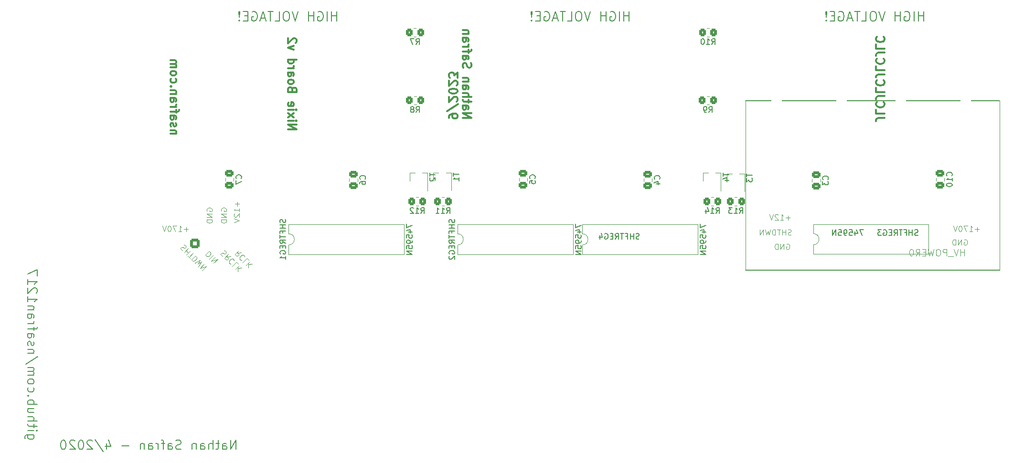
<source format=gbo>
G04 #@! TF.GenerationSoftware,KiCad,Pcbnew,7.0.5*
G04 #@! TF.CreationDate,2023-09-06T13:33:27-04:00*
G04 #@! TF.ProjectId,untitled,756e7469-746c-4656-942e-6b696361645f,rev?*
G04 #@! TF.SameCoordinates,Original*
G04 #@! TF.FileFunction,Legend,Bot*
G04 #@! TF.FilePolarity,Positive*
%FSLAX46Y46*%
G04 Gerber Fmt 4.6, Leading zero omitted, Abs format (unit mm)*
G04 Created by KiCad (PCBNEW 7.0.5) date 2023-09-06 13:33:27*
%MOMM*%
%LPD*%
G01*
G04 APERTURE LIST*
G04 Aperture macros list*
%AMRoundRect*
0 Rectangle with rounded corners*
0 $1 Rounding radius*
0 $2 $3 $4 $5 $6 $7 $8 $9 X,Y pos of 4 corners*
0 Add a 4 corners polygon primitive as box body*
4,1,4,$2,$3,$4,$5,$6,$7,$8,$9,$2,$3,0*
0 Add four circle primitives for the rounded corners*
1,1,$1+$1,$2,$3*
1,1,$1+$1,$4,$5*
1,1,$1+$1,$6,$7*
1,1,$1+$1,$8,$9*
0 Add four rect primitives between the rounded corners*
20,1,$1+$1,$2,$3,$4,$5,0*
20,1,$1+$1,$4,$5,$6,$7,0*
20,1,$1+$1,$6,$7,$8,$9,0*
20,1,$1+$1,$8,$9,$2,$3,0*%
G04 Aperture macros list end*
%ADD10C,0.300000*%
%ADD11C,0.100000*%
%ADD12C,0.142240*%
%ADD13C,0.150000*%
%ADD14C,0.101600*%
%ADD15C,0.120000*%
%ADD16C,0.127000*%
%ADD17R,1.600000X1.600000*%
%ADD18O,1.600000X1.600000*%
%ADD19C,3.100000*%
%ADD20RoundRect,0.250000X0.600000X-0.600000X0.600000X0.600000X-0.600000X0.600000X-0.600000X-0.600000X0*%
%ADD21C,1.700000*%
%ADD22C,2.603200*%
%ADD23C,4.000000*%
%ADD24R,1.308000X1.308000*%
%ADD25C,1.308000*%
%ADD26R,0.800000X1.900000*%
%ADD27RoundRect,0.250000X-0.350000X-0.450000X0.350000X-0.450000X0.350000X0.450000X-0.350000X0.450000X0*%
%ADD28RoundRect,0.250000X0.475000X-0.337500X0.475000X0.337500X-0.475000X0.337500X-0.475000X-0.337500X0*%
%ADD29O,3.251200X1.727200*%
G04 APERTURE END LIST*
D10*
X202867171Y-89567917D02*
X201795742Y-89567917D01*
X201795742Y-89567917D02*
X201581457Y-89639346D01*
X201581457Y-89639346D02*
X201438600Y-89782203D01*
X201438600Y-89782203D02*
X201367171Y-89996489D01*
X201367171Y-89996489D02*
X201367171Y-90139346D01*
X201367171Y-88139346D02*
X201367171Y-88853632D01*
X201367171Y-88853632D02*
X202867171Y-88853632D01*
X201510028Y-86782203D02*
X201438600Y-86853631D01*
X201438600Y-86853631D02*
X201367171Y-87067917D01*
X201367171Y-87067917D02*
X201367171Y-87210774D01*
X201367171Y-87210774D02*
X201438600Y-87425060D01*
X201438600Y-87425060D02*
X201581457Y-87567917D01*
X201581457Y-87567917D02*
X201724314Y-87639346D01*
X201724314Y-87639346D02*
X202010028Y-87710774D01*
X202010028Y-87710774D02*
X202224314Y-87710774D01*
X202224314Y-87710774D02*
X202510028Y-87639346D01*
X202510028Y-87639346D02*
X202652885Y-87567917D01*
X202652885Y-87567917D02*
X202795742Y-87425060D01*
X202795742Y-87425060D02*
X202867171Y-87210774D01*
X202867171Y-87210774D02*
X202867171Y-87067917D01*
X202867171Y-87067917D02*
X202795742Y-86853631D01*
X202795742Y-86853631D02*
X202724314Y-86782203D01*
X202867171Y-85710774D02*
X201795742Y-85710774D01*
X201795742Y-85710774D02*
X201581457Y-85782203D01*
X201581457Y-85782203D02*
X201438600Y-85925060D01*
X201438600Y-85925060D02*
X201367171Y-86139346D01*
X201367171Y-86139346D02*
X201367171Y-86282203D01*
X201367171Y-84282203D02*
X201367171Y-84996489D01*
X201367171Y-84996489D02*
X202867171Y-84996489D01*
X201510028Y-82925060D02*
X201438600Y-82996488D01*
X201438600Y-82996488D02*
X201367171Y-83210774D01*
X201367171Y-83210774D02*
X201367171Y-83353631D01*
X201367171Y-83353631D02*
X201438600Y-83567917D01*
X201438600Y-83567917D02*
X201581457Y-83710774D01*
X201581457Y-83710774D02*
X201724314Y-83782203D01*
X201724314Y-83782203D02*
X202010028Y-83853631D01*
X202010028Y-83853631D02*
X202224314Y-83853631D01*
X202224314Y-83853631D02*
X202510028Y-83782203D01*
X202510028Y-83782203D02*
X202652885Y-83710774D01*
X202652885Y-83710774D02*
X202795742Y-83567917D01*
X202795742Y-83567917D02*
X202867171Y-83353631D01*
X202867171Y-83353631D02*
X202867171Y-83210774D01*
X202867171Y-83210774D02*
X202795742Y-82996488D01*
X202795742Y-82996488D02*
X202724314Y-82925060D01*
X202867171Y-81853631D02*
X201795742Y-81853631D01*
X201795742Y-81853631D02*
X201581457Y-81925060D01*
X201581457Y-81925060D02*
X201438600Y-82067917D01*
X201438600Y-82067917D02*
X201367171Y-82282203D01*
X201367171Y-82282203D02*
X201367171Y-82425060D01*
X201367171Y-80425060D02*
X201367171Y-81139346D01*
X201367171Y-81139346D02*
X202867171Y-81139346D01*
X201510028Y-79067917D02*
X201438600Y-79139345D01*
X201438600Y-79139345D02*
X201367171Y-79353631D01*
X201367171Y-79353631D02*
X201367171Y-79496488D01*
X201367171Y-79496488D02*
X201438600Y-79710774D01*
X201438600Y-79710774D02*
X201581457Y-79853631D01*
X201581457Y-79853631D02*
X201724314Y-79925060D01*
X201724314Y-79925060D02*
X202010028Y-79996488D01*
X202010028Y-79996488D02*
X202224314Y-79996488D01*
X202224314Y-79996488D02*
X202510028Y-79925060D01*
X202510028Y-79925060D02*
X202652885Y-79853631D01*
X202652885Y-79853631D02*
X202795742Y-79710774D01*
X202795742Y-79710774D02*
X202867171Y-79496488D01*
X202867171Y-79496488D02*
X202867171Y-79353631D01*
X202867171Y-79353631D02*
X202795742Y-79139345D01*
X202795742Y-79139345D02*
X202724314Y-79067917D01*
X202867171Y-77996488D02*
X201795742Y-77996488D01*
X201795742Y-77996488D02*
X201581457Y-78067917D01*
X201581457Y-78067917D02*
X201438600Y-78210774D01*
X201438600Y-78210774D02*
X201367171Y-78425060D01*
X201367171Y-78425060D02*
X201367171Y-78567917D01*
X201367171Y-76567917D02*
X201367171Y-77282203D01*
X201367171Y-77282203D02*
X202867171Y-77282203D01*
X201510028Y-75210774D02*
X201438600Y-75282202D01*
X201438600Y-75282202D02*
X201367171Y-75496488D01*
X201367171Y-75496488D02*
X201367171Y-75639345D01*
X201367171Y-75639345D02*
X201438600Y-75853631D01*
X201438600Y-75853631D02*
X201581457Y-75996488D01*
X201581457Y-75996488D02*
X201724314Y-76067917D01*
X201724314Y-76067917D02*
X202010028Y-76139345D01*
X202010028Y-76139345D02*
X202224314Y-76139345D01*
X202224314Y-76139345D02*
X202510028Y-76067917D01*
X202510028Y-76067917D02*
X202652885Y-75996488D01*
X202652885Y-75996488D02*
X202795742Y-75853631D01*
X202795742Y-75853631D02*
X202867171Y-75639345D01*
X202867171Y-75639345D02*
X202867171Y-75496488D01*
X202867171Y-75496488D02*
X202795742Y-75282202D01*
X202795742Y-75282202D02*
X202724314Y-75210774D01*
X128090171Y-89615489D02*
X129590171Y-89615489D01*
X129590171Y-89615489D02*
X128090171Y-88758346D01*
X128090171Y-88758346D02*
X129590171Y-88758346D01*
X128090171Y-87401203D02*
X128875885Y-87401203D01*
X128875885Y-87401203D02*
X129018742Y-87472631D01*
X129018742Y-87472631D02*
X129090171Y-87615488D01*
X129090171Y-87615488D02*
X129090171Y-87901203D01*
X129090171Y-87901203D02*
X129018742Y-88044060D01*
X128161600Y-87401203D02*
X128090171Y-87544060D01*
X128090171Y-87544060D02*
X128090171Y-87901203D01*
X128090171Y-87901203D02*
X128161600Y-88044060D01*
X128161600Y-88044060D02*
X128304457Y-88115488D01*
X128304457Y-88115488D02*
X128447314Y-88115488D01*
X128447314Y-88115488D02*
X128590171Y-88044060D01*
X128590171Y-88044060D02*
X128661600Y-87901203D01*
X128661600Y-87901203D02*
X128661600Y-87544060D01*
X128661600Y-87544060D02*
X128733028Y-87401203D01*
X129090171Y-86901202D02*
X129090171Y-86329774D01*
X129590171Y-86686917D02*
X128304457Y-86686917D01*
X128304457Y-86686917D02*
X128161600Y-86615488D01*
X128161600Y-86615488D02*
X128090171Y-86472631D01*
X128090171Y-86472631D02*
X128090171Y-86329774D01*
X128090171Y-85829774D02*
X129590171Y-85829774D01*
X128090171Y-85186917D02*
X128875885Y-85186917D01*
X128875885Y-85186917D02*
X129018742Y-85258345D01*
X129018742Y-85258345D02*
X129090171Y-85401202D01*
X129090171Y-85401202D02*
X129090171Y-85615488D01*
X129090171Y-85615488D02*
X129018742Y-85758345D01*
X129018742Y-85758345D02*
X128947314Y-85829774D01*
X128090171Y-83829774D02*
X128875885Y-83829774D01*
X128875885Y-83829774D02*
X129018742Y-83901202D01*
X129018742Y-83901202D02*
X129090171Y-84044059D01*
X129090171Y-84044059D02*
X129090171Y-84329774D01*
X129090171Y-84329774D02*
X129018742Y-84472631D01*
X128161600Y-83829774D02*
X128090171Y-83972631D01*
X128090171Y-83972631D02*
X128090171Y-84329774D01*
X128090171Y-84329774D02*
X128161600Y-84472631D01*
X128161600Y-84472631D02*
X128304457Y-84544059D01*
X128304457Y-84544059D02*
X128447314Y-84544059D01*
X128447314Y-84544059D02*
X128590171Y-84472631D01*
X128590171Y-84472631D02*
X128661600Y-84329774D01*
X128661600Y-84329774D02*
X128661600Y-83972631D01*
X128661600Y-83972631D02*
X128733028Y-83829774D01*
X129090171Y-83115488D02*
X128090171Y-83115488D01*
X128947314Y-83115488D02*
X129018742Y-83044059D01*
X129018742Y-83044059D02*
X129090171Y-82901202D01*
X129090171Y-82901202D02*
X129090171Y-82686916D01*
X129090171Y-82686916D02*
X129018742Y-82544059D01*
X129018742Y-82544059D02*
X128875885Y-82472631D01*
X128875885Y-82472631D02*
X128090171Y-82472631D01*
X128161600Y-80686916D02*
X128090171Y-80472631D01*
X128090171Y-80472631D02*
X128090171Y-80115488D01*
X128090171Y-80115488D02*
X128161600Y-79972631D01*
X128161600Y-79972631D02*
X128233028Y-79901202D01*
X128233028Y-79901202D02*
X128375885Y-79829773D01*
X128375885Y-79829773D02*
X128518742Y-79829773D01*
X128518742Y-79829773D02*
X128661600Y-79901202D01*
X128661600Y-79901202D02*
X128733028Y-79972631D01*
X128733028Y-79972631D02*
X128804457Y-80115488D01*
X128804457Y-80115488D02*
X128875885Y-80401202D01*
X128875885Y-80401202D02*
X128947314Y-80544059D01*
X128947314Y-80544059D02*
X129018742Y-80615488D01*
X129018742Y-80615488D02*
X129161600Y-80686916D01*
X129161600Y-80686916D02*
X129304457Y-80686916D01*
X129304457Y-80686916D02*
X129447314Y-80615488D01*
X129447314Y-80615488D02*
X129518742Y-80544059D01*
X129518742Y-80544059D02*
X129590171Y-80401202D01*
X129590171Y-80401202D02*
X129590171Y-80044059D01*
X129590171Y-80044059D02*
X129518742Y-79829773D01*
X128090171Y-78544060D02*
X128875885Y-78544060D01*
X128875885Y-78544060D02*
X129018742Y-78615488D01*
X129018742Y-78615488D02*
X129090171Y-78758345D01*
X129090171Y-78758345D02*
X129090171Y-79044060D01*
X129090171Y-79044060D02*
X129018742Y-79186917D01*
X128161600Y-78544060D02*
X128090171Y-78686917D01*
X128090171Y-78686917D02*
X128090171Y-79044060D01*
X128090171Y-79044060D02*
X128161600Y-79186917D01*
X128161600Y-79186917D02*
X128304457Y-79258345D01*
X128304457Y-79258345D02*
X128447314Y-79258345D01*
X128447314Y-79258345D02*
X128590171Y-79186917D01*
X128590171Y-79186917D02*
X128661600Y-79044060D01*
X128661600Y-79044060D02*
X128661600Y-78686917D01*
X128661600Y-78686917D02*
X128733028Y-78544060D01*
X129090171Y-78044059D02*
X129090171Y-77472631D01*
X128090171Y-77829774D02*
X129375885Y-77829774D01*
X129375885Y-77829774D02*
X129518742Y-77758345D01*
X129518742Y-77758345D02*
X129590171Y-77615488D01*
X129590171Y-77615488D02*
X129590171Y-77472631D01*
X128090171Y-76972631D02*
X129090171Y-76972631D01*
X128804457Y-76972631D02*
X128947314Y-76901202D01*
X128947314Y-76901202D02*
X129018742Y-76829774D01*
X129018742Y-76829774D02*
X129090171Y-76686916D01*
X129090171Y-76686916D02*
X129090171Y-76544059D01*
X128090171Y-75401203D02*
X128875885Y-75401203D01*
X128875885Y-75401203D02*
X129018742Y-75472631D01*
X129018742Y-75472631D02*
X129090171Y-75615488D01*
X129090171Y-75615488D02*
X129090171Y-75901203D01*
X129090171Y-75901203D02*
X129018742Y-76044060D01*
X128161600Y-75401203D02*
X128090171Y-75544060D01*
X128090171Y-75544060D02*
X128090171Y-75901203D01*
X128090171Y-75901203D02*
X128161600Y-76044060D01*
X128161600Y-76044060D02*
X128304457Y-76115488D01*
X128304457Y-76115488D02*
X128447314Y-76115488D01*
X128447314Y-76115488D02*
X128590171Y-76044060D01*
X128590171Y-76044060D02*
X128661600Y-75901203D01*
X128661600Y-75901203D02*
X128661600Y-75544060D01*
X128661600Y-75544060D02*
X128733028Y-75401203D01*
X129090171Y-74686917D02*
X128090171Y-74686917D01*
X128947314Y-74686917D02*
X129018742Y-74615488D01*
X129018742Y-74615488D02*
X129090171Y-74472631D01*
X129090171Y-74472631D02*
X129090171Y-74258345D01*
X129090171Y-74258345D02*
X129018742Y-74115488D01*
X129018742Y-74115488D02*
X128875885Y-74044060D01*
X128875885Y-74044060D02*
X128090171Y-74044060D01*
X125675171Y-89544060D02*
X125675171Y-89258346D01*
X125675171Y-89258346D02*
X125746600Y-89115489D01*
X125746600Y-89115489D02*
X125818028Y-89044060D01*
X125818028Y-89044060D02*
X126032314Y-88901203D01*
X126032314Y-88901203D02*
X126318028Y-88829774D01*
X126318028Y-88829774D02*
X126889457Y-88829774D01*
X126889457Y-88829774D02*
X127032314Y-88901203D01*
X127032314Y-88901203D02*
X127103742Y-88972632D01*
X127103742Y-88972632D02*
X127175171Y-89115489D01*
X127175171Y-89115489D02*
X127175171Y-89401203D01*
X127175171Y-89401203D02*
X127103742Y-89544060D01*
X127103742Y-89544060D02*
X127032314Y-89615489D01*
X127032314Y-89615489D02*
X126889457Y-89686917D01*
X126889457Y-89686917D02*
X126532314Y-89686917D01*
X126532314Y-89686917D02*
X126389457Y-89615489D01*
X126389457Y-89615489D02*
X126318028Y-89544060D01*
X126318028Y-89544060D02*
X126246600Y-89401203D01*
X126246600Y-89401203D02*
X126246600Y-89115489D01*
X126246600Y-89115489D02*
X126318028Y-88972632D01*
X126318028Y-88972632D02*
X126389457Y-88901203D01*
X126389457Y-88901203D02*
X126532314Y-88829774D01*
X127246600Y-87115489D02*
X125318028Y-88401203D01*
X127032314Y-86686917D02*
X127103742Y-86615489D01*
X127103742Y-86615489D02*
X127175171Y-86472632D01*
X127175171Y-86472632D02*
X127175171Y-86115489D01*
X127175171Y-86115489D02*
X127103742Y-85972632D01*
X127103742Y-85972632D02*
X127032314Y-85901203D01*
X127032314Y-85901203D02*
X126889457Y-85829774D01*
X126889457Y-85829774D02*
X126746600Y-85829774D01*
X126746600Y-85829774D02*
X126532314Y-85901203D01*
X126532314Y-85901203D02*
X125675171Y-86758346D01*
X125675171Y-86758346D02*
X125675171Y-85829774D01*
X127175171Y-84901203D02*
X127175171Y-84758346D01*
X127175171Y-84758346D02*
X127103742Y-84615489D01*
X127103742Y-84615489D02*
X127032314Y-84544061D01*
X127032314Y-84544061D02*
X126889457Y-84472632D01*
X126889457Y-84472632D02*
X126603742Y-84401203D01*
X126603742Y-84401203D02*
X126246600Y-84401203D01*
X126246600Y-84401203D02*
X125960885Y-84472632D01*
X125960885Y-84472632D02*
X125818028Y-84544061D01*
X125818028Y-84544061D02*
X125746600Y-84615489D01*
X125746600Y-84615489D02*
X125675171Y-84758346D01*
X125675171Y-84758346D02*
X125675171Y-84901203D01*
X125675171Y-84901203D02*
X125746600Y-85044061D01*
X125746600Y-85044061D02*
X125818028Y-85115489D01*
X125818028Y-85115489D02*
X125960885Y-85186918D01*
X125960885Y-85186918D02*
X126246600Y-85258346D01*
X126246600Y-85258346D02*
X126603742Y-85258346D01*
X126603742Y-85258346D02*
X126889457Y-85186918D01*
X126889457Y-85186918D02*
X127032314Y-85115489D01*
X127032314Y-85115489D02*
X127103742Y-85044061D01*
X127103742Y-85044061D02*
X127175171Y-84901203D01*
X127032314Y-83829775D02*
X127103742Y-83758347D01*
X127103742Y-83758347D02*
X127175171Y-83615490D01*
X127175171Y-83615490D02*
X127175171Y-83258347D01*
X127175171Y-83258347D02*
X127103742Y-83115490D01*
X127103742Y-83115490D02*
X127032314Y-83044061D01*
X127032314Y-83044061D02*
X126889457Y-82972632D01*
X126889457Y-82972632D02*
X126746600Y-82972632D01*
X126746600Y-82972632D02*
X126532314Y-83044061D01*
X126532314Y-83044061D02*
X125675171Y-83901204D01*
X125675171Y-83901204D02*
X125675171Y-82972632D01*
X127175171Y-82472633D02*
X127175171Y-81544061D01*
X127175171Y-81544061D02*
X126603742Y-82044061D01*
X126603742Y-82044061D02*
X126603742Y-81829776D01*
X126603742Y-81829776D02*
X126532314Y-81686919D01*
X126532314Y-81686919D02*
X126460885Y-81615490D01*
X126460885Y-81615490D02*
X126318028Y-81544061D01*
X126318028Y-81544061D02*
X125960885Y-81544061D01*
X125960885Y-81544061D02*
X125818028Y-81615490D01*
X125818028Y-81615490D02*
X125746600Y-81686919D01*
X125746600Y-81686919D02*
X125675171Y-81829776D01*
X125675171Y-81829776D02*
X125675171Y-82258347D01*
X125675171Y-82258347D02*
X125746600Y-82401204D01*
X125746600Y-82401204D02*
X125818028Y-82472633D01*
X97100171Y-91647489D02*
X98600171Y-91647489D01*
X98600171Y-91647489D02*
X97100171Y-90790346D01*
X97100171Y-90790346D02*
X98600171Y-90790346D01*
X97100171Y-90076060D02*
X98100171Y-90076060D01*
X98600171Y-90076060D02*
X98528742Y-90147488D01*
X98528742Y-90147488D02*
X98457314Y-90076060D01*
X98457314Y-90076060D02*
X98528742Y-90004631D01*
X98528742Y-90004631D02*
X98600171Y-90076060D01*
X98600171Y-90076060D02*
X98457314Y-90076060D01*
X97100171Y-89504631D02*
X98100171Y-88718917D01*
X98100171Y-89504631D02*
X97100171Y-88718917D01*
X97100171Y-88147488D02*
X98100171Y-88147488D01*
X98600171Y-88147488D02*
X98528742Y-88218916D01*
X98528742Y-88218916D02*
X98457314Y-88147488D01*
X98457314Y-88147488D02*
X98528742Y-88076059D01*
X98528742Y-88076059D02*
X98600171Y-88147488D01*
X98600171Y-88147488D02*
X98457314Y-88147488D01*
X97171600Y-86861773D02*
X97100171Y-87004630D01*
X97100171Y-87004630D02*
X97100171Y-87290345D01*
X97100171Y-87290345D02*
X97171600Y-87433202D01*
X97171600Y-87433202D02*
X97314457Y-87504630D01*
X97314457Y-87504630D02*
X97885885Y-87504630D01*
X97885885Y-87504630D02*
X98028742Y-87433202D01*
X98028742Y-87433202D02*
X98100171Y-87290345D01*
X98100171Y-87290345D02*
X98100171Y-87004630D01*
X98100171Y-87004630D02*
X98028742Y-86861773D01*
X98028742Y-86861773D02*
X97885885Y-86790345D01*
X97885885Y-86790345D02*
X97743028Y-86790345D01*
X97743028Y-86790345D02*
X97600171Y-87504630D01*
X97885885Y-84504631D02*
X97814457Y-84290345D01*
X97814457Y-84290345D02*
X97743028Y-84218916D01*
X97743028Y-84218916D02*
X97600171Y-84147488D01*
X97600171Y-84147488D02*
X97385885Y-84147488D01*
X97385885Y-84147488D02*
X97243028Y-84218916D01*
X97243028Y-84218916D02*
X97171600Y-84290345D01*
X97171600Y-84290345D02*
X97100171Y-84433202D01*
X97100171Y-84433202D02*
X97100171Y-85004631D01*
X97100171Y-85004631D02*
X98600171Y-85004631D01*
X98600171Y-85004631D02*
X98600171Y-84504631D01*
X98600171Y-84504631D02*
X98528742Y-84361774D01*
X98528742Y-84361774D02*
X98457314Y-84290345D01*
X98457314Y-84290345D02*
X98314457Y-84218916D01*
X98314457Y-84218916D02*
X98171600Y-84218916D01*
X98171600Y-84218916D02*
X98028742Y-84290345D01*
X98028742Y-84290345D02*
X97957314Y-84361774D01*
X97957314Y-84361774D02*
X97885885Y-84504631D01*
X97885885Y-84504631D02*
X97885885Y-85004631D01*
X97100171Y-83290345D02*
X97171600Y-83433202D01*
X97171600Y-83433202D02*
X97243028Y-83504631D01*
X97243028Y-83504631D02*
X97385885Y-83576059D01*
X97385885Y-83576059D02*
X97814457Y-83576059D01*
X97814457Y-83576059D02*
X97957314Y-83504631D01*
X97957314Y-83504631D02*
X98028742Y-83433202D01*
X98028742Y-83433202D02*
X98100171Y-83290345D01*
X98100171Y-83290345D02*
X98100171Y-83076059D01*
X98100171Y-83076059D02*
X98028742Y-82933202D01*
X98028742Y-82933202D02*
X97957314Y-82861774D01*
X97957314Y-82861774D02*
X97814457Y-82790345D01*
X97814457Y-82790345D02*
X97385885Y-82790345D01*
X97385885Y-82790345D02*
X97243028Y-82861774D01*
X97243028Y-82861774D02*
X97171600Y-82933202D01*
X97171600Y-82933202D02*
X97100171Y-83076059D01*
X97100171Y-83076059D02*
X97100171Y-83290345D01*
X97100171Y-81504631D02*
X97885885Y-81504631D01*
X97885885Y-81504631D02*
X98028742Y-81576059D01*
X98028742Y-81576059D02*
X98100171Y-81718916D01*
X98100171Y-81718916D02*
X98100171Y-82004631D01*
X98100171Y-82004631D02*
X98028742Y-82147488D01*
X97171600Y-81504631D02*
X97100171Y-81647488D01*
X97100171Y-81647488D02*
X97100171Y-82004631D01*
X97100171Y-82004631D02*
X97171600Y-82147488D01*
X97171600Y-82147488D02*
X97314457Y-82218916D01*
X97314457Y-82218916D02*
X97457314Y-82218916D01*
X97457314Y-82218916D02*
X97600171Y-82147488D01*
X97600171Y-82147488D02*
X97671600Y-82004631D01*
X97671600Y-82004631D02*
X97671600Y-81647488D01*
X97671600Y-81647488D02*
X97743028Y-81504631D01*
X97100171Y-80790345D02*
X98100171Y-80790345D01*
X97814457Y-80790345D02*
X97957314Y-80718916D01*
X97957314Y-80718916D02*
X98028742Y-80647488D01*
X98028742Y-80647488D02*
X98100171Y-80504630D01*
X98100171Y-80504630D02*
X98100171Y-80361773D01*
X97100171Y-79218917D02*
X98600171Y-79218917D01*
X97171600Y-79218917D02*
X97100171Y-79361774D01*
X97100171Y-79361774D02*
X97100171Y-79647488D01*
X97100171Y-79647488D02*
X97171600Y-79790345D01*
X97171600Y-79790345D02*
X97243028Y-79861774D01*
X97243028Y-79861774D02*
X97385885Y-79933202D01*
X97385885Y-79933202D02*
X97814457Y-79933202D01*
X97814457Y-79933202D02*
X97957314Y-79861774D01*
X97957314Y-79861774D02*
X98028742Y-79790345D01*
X98028742Y-79790345D02*
X98100171Y-79647488D01*
X98100171Y-79647488D02*
X98100171Y-79361774D01*
X98100171Y-79361774D02*
X98028742Y-79218917D01*
X98100171Y-77504631D02*
X97100171Y-77147488D01*
X97100171Y-77147488D02*
X98100171Y-76790345D01*
X98457314Y-76290345D02*
X98528742Y-76218917D01*
X98528742Y-76218917D02*
X98600171Y-76076060D01*
X98600171Y-76076060D02*
X98600171Y-75718917D01*
X98600171Y-75718917D02*
X98528742Y-75576060D01*
X98528742Y-75576060D02*
X98457314Y-75504631D01*
X98457314Y-75504631D02*
X98314457Y-75433202D01*
X98314457Y-75433202D02*
X98171600Y-75433202D01*
X98171600Y-75433202D02*
X97957314Y-75504631D01*
X97957314Y-75504631D02*
X97100171Y-76361774D01*
X97100171Y-76361774D02*
X97100171Y-75433202D01*
X77272171Y-92409489D02*
X76272171Y-92409489D01*
X77129314Y-92409489D02*
X77200742Y-92338060D01*
X77200742Y-92338060D02*
X77272171Y-92195203D01*
X77272171Y-92195203D02*
X77272171Y-91980917D01*
X77272171Y-91980917D02*
X77200742Y-91838060D01*
X77200742Y-91838060D02*
X77057885Y-91766632D01*
X77057885Y-91766632D02*
X76272171Y-91766632D01*
X76343600Y-91123774D02*
X76272171Y-90980917D01*
X76272171Y-90980917D02*
X76272171Y-90695203D01*
X76272171Y-90695203D02*
X76343600Y-90552346D01*
X76343600Y-90552346D02*
X76486457Y-90480917D01*
X76486457Y-90480917D02*
X76557885Y-90480917D01*
X76557885Y-90480917D02*
X76700742Y-90552346D01*
X76700742Y-90552346D02*
X76772171Y-90695203D01*
X76772171Y-90695203D02*
X76772171Y-90909489D01*
X76772171Y-90909489D02*
X76843600Y-91052346D01*
X76843600Y-91052346D02*
X76986457Y-91123774D01*
X76986457Y-91123774D02*
X77057885Y-91123774D01*
X77057885Y-91123774D02*
X77200742Y-91052346D01*
X77200742Y-91052346D02*
X77272171Y-90909489D01*
X77272171Y-90909489D02*
X77272171Y-90695203D01*
X77272171Y-90695203D02*
X77200742Y-90552346D01*
X76272171Y-89195203D02*
X77057885Y-89195203D01*
X77057885Y-89195203D02*
X77200742Y-89266631D01*
X77200742Y-89266631D02*
X77272171Y-89409488D01*
X77272171Y-89409488D02*
X77272171Y-89695203D01*
X77272171Y-89695203D02*
X77200742Y-89838060D01*
X76343600Y-89195203D02*
X76272171Y-89338060D01*
X76272171Y-89338060D02*
X76272171Y-89695203D01*
X76272171Y-89695203D02*
X76343600Y-89838060D01*
X76343600Y-89838060D02*
X76486457Y-89909488D01*
X76486457Y-89909488D02*
X76629314Y-89909488D01*
X76629314Y-89909488D02*
X76772171Y-89838060D01*
X76772171Y-89838060D02*
X76843600Y-89695203D01*
X76843600Y-89695203D02*
X76843600Y-89338060D01*
X76843600Y-89338060D02*
X76915028Y-89195203D01*
X77272171Y-88695202D02*
X77272171Y-88123774D01*
X76272171Y-88480917D02*
X77557885Y-88480917D01*
X77557885Y-88480917D02*
X77700742Y-88409488D01*
X77700742Y-88409488D02*
X77772171Y-88266631D01*
X77772171Y-88266631D02*
X77772171Y-88123774D01*
X76272171Y-87623774D02*
X77272171Y-87623774D01*
X76986457Y-87623774D02*
X77129314Y-87552345D01*
X77129314Y-87552345D02*
X77200742Y-87480917D01*
X77200742Y-87480917D02*
X77272171Y-87338059D01*
X77272171Y-87338059D02*
X77272171Y-87195202D01*
X76272171Y-86052346D02*
X77057885Y-86052346D01*
X77057885Y-86052346D02*
X77200742Y-86123774D01*
X77200742Y-86123774D02*
X77272171Y-86266631D01*
X77272171Y-86266631D02*
X77272171Y-86552346D01*
X77272171Y-86552346D02*
X77200742Y-86695203D01*
X76343600Y-86052346D02*
X76272171Y-86195203D01*
X76272171Y-86195203D02*
X76272171Y-86552346D01*
X76272171Y-86552346D02*
X76343600Y-86695203D01*
X76343600Y-86695203D02*
X76486457Y-86766631D01*
X76486457Y-86766631D02*
X76629314Y-86766631D01*
X76629314Y-86766631D02*
X76772171Y-86695203D01*
X76772171Y-86695203D02*
X76843600Y-86552346D01*
X76843600Y-86552346D02*
X76843600Y-86195203D01*
X76843600Y-86195203D02*
X76915028Y-86052346D01*
X77272171Y-85338060D02*
X76272171Y-85338060D01*
X77129314Y-85338060D02*
X77200742Y-85266631D01*
X77200742Y-85266631D02*
X77272171Y-85123774D01*
X77272171Y-85123774D02*
X77272171Y-84909488D01*
X77272171Y-84909488D02*
X77200742Y-84766631D01*
X77200742Y-84766631D02*
X77057885Y-84695203D01*
X77057885Y-84695203D02*
X76272171Y-84695203D01*
X76415028Y-83980917D02*
X76343600Y-83909488D01*
X76343600Y-83909488D02*
X76272171Y-83980917D01*
X76272171Y-83980917D02*
X76343600Y-84052345D01*
X76343600Y-84052345D02*
X76415028Y-83980917D01*
X76415028Y-83980917D02*
X76272171Y-83980917D01*
X76343600Y-82623774D02*
X76272171Y-82766631D01*
X76272171Y-82766631D02*
X76272171Y-83052345D01*
X76272171Y-83052345D02*
X76343600Y-83195202D01*
X76343600Y-83195202D02*
X76415028Y-83266631D01*
X76415028Y-83266631D02*
X76557885Y-83338059D01*
X76557885Y-83338059D02*
X76986457Y-83338059D01*
X76986457Y-83338059D02*
X77129314Y-83266631D01*
X77129314Y-83266631D02*
X77200742Y-83195202D01*
X77200742Y-83195202D02*
X77272171Y-83052345D01*
X77272171Y-83052345D02*
X77272171Y-82766631D01*
X77272171Y-82766631D02*
X77200742Y-82623774D01*
X76272171Y-81766631D02*
X76343600Y-81909488D01*
X76343600Y-81909488D02*
X76415028Y-81980917D01*
X76415028Y-81980917D02*
X76557885Y-82052345D01*
X76557885Y-82052345D02*
X76986457Y-82052345D01*
X76986457Y-82052345D02*
X77129314Y-81980917D01*
X77129314Y-81980917D02*
X77200742Y-81909488D01*
X77200742Y-81909488D02*
X77272171Y-81766631D01*
X77272171Y-81766631D02*
X77272171Y-81552345D01*
X77272171Y-81552345D02*
X77200742Y-81409488D01*
X77200742Y-81409488D02*
X77129314Y-81338060D01*
X77129314Y-81338060D02*
X76986457Y-81266631D01*
X76986457Y-81266631D02*
X76557885Y-81266631D01*
X76557885Y-81266631D02*
X76415028Y-81338060D01*
X76415028Y-81338060D02*
X76343600Y-81409488D01*
X76343600Y-81409488D02*
X76272171Y-81552345D01*
X76272171Y-81552345D02*
X76272171Y-81766631D01*
X76272171Y-80623774D02*
X77272171Y-80623774D01*
X77129314Y-80623774D02*
X77200742Y-80552345D01*
X77200742Y-80552345D02*
X77272171Y-80409488D01*
X77272171Y-80409488D02*
X77272171Y-80195202D01*
X77272171Y-80195202D02*
X77200742Y-80052345D01*
X77200742Y-80052345D02*
X77057885Y-79980917D01*
X77057885Y-79980917D02*
X76272171Y-79980917D01*
X77057885Y-79980917D02*
X77200742Y-79909488D01*
X77200742Y-79909488D02*
X77272171Y-79766631D01*
X77272171Y-79766631D02*
X77272171Y-79552345D01*
X77272171Y-79552345D02*
X77200742Y-79409488D01*
X77200742Y-79409488D02*
X77057885Y-79338059D01*
X77057885Y-79338059D02*
X76272171Y-79338059D01*
D11*
X186306734Y-110314800D02*
X186163877Y-110362419D01*
X186163877Y-110362419D02*
X185925782Y-110362419D01*
X185925782Y-110362419D02*
X185830544Y-110314800D01*
X185830544Y-110314800D02*
X185782925Y-110267180D01*
X185782925Y-110267180D02*
X185735306Y-110171942D01*
X185735306Y-110171942D02*
X185735306Y-110076704D01*
X185735306Y-110076704D02*
X185782925Y-109981466D01*
X185782925Y-109981466D02*
X185830544Y-109933847D01*
X185830544Y-109933847D02*
X185925782Y-109886228D01*
X185925782Y-109886228D02*
X186116258Y-109838609D01*
X186116258Y-109838609D02*
X186211496Y-109790990D01*
X186211496Y-109790990D02*
X186259115Y-109743371D01*
X186259115Y-109743371D02*
X186306734Y-109648133D01*
X186306734Y-109648133D02*
X186306734Y-109552895D01*
X186306734Y-109552895D02*
X186259115Y-109457657D01*
X186259115Y-109457657D02*
X186211496Y-109410038D01*
X186211496Y-109410038D02*
X186116258Y-109362419D01*
X186116258Y-109362419D02*
X185878163Y-109362419D01*
X185878163Y-109362419D02*
X185735306Y-109410038D01*
X185306734Y-110362419D02*
X185306734Y-109362419D01*
X185306734Y-109838609D02*
X184735306Y-109838609D01*
X184735306Y-110362419D02*
X184735306Y-109362419D01*
X184401972Y-109362419D02*
X183830544Y-109362419D01*
X184116258Y-110362419D02*
X184116258Y-109362419D01*
X183497210Y-110362419D02*
X183497210Y-109362419D01*
X183497210Y-109362419D02*
X183259115Y-109362419D01*
X183259115Y-109362419D02*
X183116258Y-109410038D01*
X183116258Y-109410038D02*
X183021020Y-109505276D01*
X183021020Y-109505276D02*
X182973401Y-109600514D01*
X182973401Y-109600514D02*
X182925782Y-109790990D01*
X182925782Y-109790990D02*
X182925782Y-109933847D01*
X182925782Y-109933847D02*
X182973401Y-110124323D01*
X182973401Y-110124323D02*
X183021020Y-110219561D01*
X183021020Y-110219561D02*
X183116258Y-110314800D01*
X183116258Y-110314800D02*
X183259115Y-110362419D01*
X183259115Y-110362419D02*
X183497210Y-110362419D01*
X182592448Y-109362419D02*
X182354353Y-110362419D01*
X182354353Y-110362419D02*
X182163877Y-109648133D01*
X182163877Y-109648133D02*
X181973401Y-110362419D01*
X181973401Y-110362419D02*
X181735306Y-109362419D01*
X181354353Y-110362419D02*
X181354353Y-109362419D01*
X181354353Y-109362419D02*
X180782925Y-110362419D01*
X180782925Y-110362419D02*
X180782925Y-109362419D01*
X186132115Y-107314466D02*
X185370211Y-107314466D01*
X185751163Y-107695419D02*
X185751163Y-106933514D01*
X184370211Y-107695419D02*
X184941639Y-107695419D01*
X184655925Y-107695419D02*
X184655925Y-106695419D01*
X184655925Y-106695419D02*
X184751163Y-106838276D01*
X184751163Y-106838276D02*
X184846401Y-106933514D01*
X184846401Y-106933514D02*
X184941639Y-106981133D01*
X183989258Y-106790657D02*
X183941639Y-106743038D01*
X183941639Y-106743038D02*
X183846401Y-106695419D01*
X183846401Y-106695419D02*
X183608306Y-106695419D01*
X183608306Y-106695419D02*
X183513068Y-106743038D01*
X183513068Y-106743038D02*
X183465449Y-106790657D01*
X183465449Y-106790657D02*
X183417830Y-106885895D01*
X183417830Y-106885895D02*
X183417830Y-106981133D01*
X183417830Y-106981133D02*
X183465449Y-107123990D01*
X183465449Y-107123990D02*
X184036877Y-107695419D01*
X184036877Y-107695419D02*
X183417830Y-107695419D01*
X183132115Y-106695419D02*
X182798782Y-107695419D01*
X182798782Y-107695419D02*
X182465449Y-106695419D01*
X88793726Y-113485152D02*
X88221306Y-113586168D01*
X88389665Y-113081091D02*
X87682558Y-113788198D01*
X87682558Y-113788198D02*
X87951932Y-114057572D01*
X87951932Y-114057572D02*
X88052947Y-114091244D01*
X88052947Y-114091244D02*
X88120291Y-114091244D01*
X88120291Y-114091244D02*
X88221306Y-114057572D01*
X88221306Y-114057572D02*
X88322321Y-113956557D01*
X88322321Y-113956557D02*
X88355993Y-113855542D01*
X88355993Y-113855542D02*
X88355993Y-113788198D01*
X88355993Y-113788198D02*
X88322321Y-113687183D01*
X88322321Y-113687183D02*
X88052947Y-113417809D01*
X89433489Y-114259603D02*
X89433489Y-114192259D01*
X89433489Y-114192259D02*
X89366146Y-114057572D01*
X89366146Y-114057572D02*
X89298802Y-113990229D01*
X89298802Y-113990229D02*
X89164115Y-113922885D01*
X89164115Y-113922885D02*
X89029428Y-113922885D01*
X89029428Y-113922885D02*
X88928413Y-113956557D01*
X88928413Y-113956557D02*
X88760054Y-114057572D01*
X88760054Y-114057572D02*
X88659039Y-114158588D01*
X88659039Y-114158588D02*
X88558024Y-114326946D01*
X88558024Y-114326946D02*
X88524352Y-114427962D01*
X88524352Y-114427962D02*
X88524352Y-114562649D01*
X88524352Y-114562649D02*
X88591695Y-114697336D01*
X88591695Y-114697336D02*
X88659039Y-114764679D01*
X88659039Y-114764679D02*
X88793726Y-114832023D01*
X88793726Y-114832023D02*
X88861069Y-114832023D01*
X90140596Y-114832023D02*
X89803878Y-114495305D01*
X89803878Y-114495305D02*
X89096772Y-115202412D01*
X90376298Y-115067725D02*
X89669191Y-115774832D01*
X90780359Y-115471786D02*
X90073252Y-115572801D01*
X90073252Y-116178893D02*
X90073252Y-115370771D01*
X85782321Y-113081091D02*
X85917008Y-113148435D01*
X85917008Y-113148435D02*
X86085367Y-113316794D01*
X86085367Y-113316794D02*
X86119039Y-113417809D01*
X86119039Y-113417809D02*
X86119039Y-113485152D01*
X86119039Y-113485152D02*
X86085367Y-113586168D01*
X86085367Y-113586168D02*
X86018024Y-113653511D01*
X86018024Y-113653511D02*
X85917008Y-113687183D01*
X85917008Y-113687183D02*
X85849665Y-113687183D01*
X85849665Y-113687183D02*
X85748649Y-113653511D01*
X85748649Y-113653511D02*
X85580291Y-113552496D01*
X85580291Y-113552496D02*
X85479275Y-113518824D01*
X85479275Y-113518824D02*
X85411932Y-113518824D01*
X85411932Y-113518824D02*
X85310917Y-113552496D01*
X85310917Y-113552496D02*
X85243573Y-113619839D01*
X85243573Y-113619839D02*
X85209901Y-113720855D01*
X85209901Y-113720855D02*
X85209901Y-113788198D01*
X85209901Y-113788198D02*
X85243573Y-113889213D01*
X85243573Y-113889213D02*
X85411932Y-114057572D01*
X85411932Y-114057572D02*
X85546619Y-114124916D01*
X86927161Y-114158588D02*
X86354741Y-114259603D01*
X86523100Y-113754527D02*
X85815993Y-114461633D01*
X85815993Y-114461633D02*
X86085367Y-114731007D01*
X86085367Y-114731007D02*
X86186382Y-114764679D01*
X86186382Y-114764679D02*
X86253726Y-114764679D01*
X86253726Y-114764679D02*
X86354741Y-114731007D01*
X86354741Y-114731007D02*
X86455756Y-114629992D01*
X86455756Y-114629992D02*
X86489428Y-114528977D01*
X86489428Y-114528977D02*
X86489428Y-114461633D01*
X86489428Y-114461633D02*
X86455756Y-114360618D01*
X86455756Y-114360618D02*
X86186382Y-114091244D01*
X87566924Y-114933038D02*
X87566924Y-114865694D01*
X87566924Y-114865694D02*
X87499581Y-114731007D01*
X87499581Y-114731007D02*
X87432237Y-114663664D01*
X87432237Y-114663664D02*
X87297550Y-114596320D01*
X87297550Y-114596320D02*
X87162863Y-114596320D01*
X87162863Y-114596320D02*
X87061848Y-114629992D01*
X87061848Y-114629992D02*
X86893489Y-114731007D01*
X86893489Y-114731007D02*
X86792474Y-114832023D01*
X86792474Y-114832023D02*
X86691459Y-115000381D01*
X86691459Y-115000381D02*
X86657787Y-115101397D01*
X86657787Y-115101397D02*
X86657787Y-115236084D01*
X86657787Y-115236084D02*
X86725130Y-115370771D01*
X86725130Y-115370771D02*
X86792474Y-115438114D01*
X86792474Y-115438114D02*
X86927161Y-115505458D01*
X86927161Y-115505458D02*
X86994504Y-115505458D01*
X88274031Y-115505458D02*
X87937313Y-115168740D01*
X87937313Y-115168740D02*
X87230207Y-115875847D01*
X88509733Y-115741160D02*
X87802627Y-116448267D01*
X88913794Y-116145221D02*
X88206688Y-116246236D01*
X88206688Y-116852328D02*
X88206688Y-116044206D01*
X83182665Y-113208091D02*
X82475558Y-113915198D01*
X82475558Y-113915198D02*
X82643917Y-114083557D01*
X82643917Y-114083557D02*
X82778604Y-114150901D01*
X82778604Y-114150901D02*
X82913291Y-114150901D01*
X82913291Y-114150901D02*
X83014306Y-114117229D01*
X83014306Y-114117229D02*
X83182665Y-114016213D01*
X83182665Y-114016213D02*
X83283680Y-113915198D01*
X83283680Y-113915198D02*
X83384695Y-113746839D01*
X83384695Y-113746839D02*
X83418367Y-113645824D01*
X83418367Y-113645824D02*
X83418367Y-113511137D01*
X83418367Y-113511137D02*
X83351024Y-113376450D01*
X83351024Y-113376450D02*
X83182665Y-113208091D01*
X83889772Y-113915198D02*
X83182665Y-114622305D01*
X84226489Y-114251915D02*
X83519382Y-114959022D01*
X83519382Y-114959022D02*
X84630550Y-114655976D01*
X84630550Y-114655976D02*
X83923443Y-115363083D01*
X78670321Y-112065091D02*
X78805008Y-112132435D01*
X78805008Y-112132435D02*
X78973367Y-112300794D01*
X78973367Y-112300794D02*
X79007039Y-112401809D01*
X79007039Y-112401809D02*
X79007039Y-112469152D01*
X79007039Y-112469152D02*
X78973367Y-112570168D01*
X78973367Y-112570168D02*
X78906024Y-112637511D01*
X78906024Y-112637511D02*
X78805008Y-112671183D01*
X78805008Y-112671183D02*
X78737665Y-112671183D01*
X78737665Y-112671183D02*
X78636649Y-112637511D01*
X78636649Y-112637511D02*
X78468291Y-112536496D01*
X78468291Y-112536496D02*
X78367275Y-112502824D01*
X78367275Y-112502824D02*
X78299932Y-112502824D01*
X78299932Y-112502824D02*
X78198917Y-112536496D01*
X78198917Y-112536496D02*
X78131573Y-112603839D01*
X78131573Y-112603839D02*
X78097901Y-112704855D01*
X78097901Y-112704855D02*
X78097901Y-112772198D01*
X78097901Y-112772198D02*
X78131573Y-112873213D01*
X78131573Y-112873213D02*
X78299932Y-113041572D01*
X78299932Y-113041572D02*
X78434619Y-113108916D01*
X79411100Y-112738527D02*
X78703993Y-113445633D01*
X79040711Y-113108916D02*
X79444772Y-113512977D01*
X79815161Y-113142588D02*
X79108054Y-113849694D01*
X79343756Y-114085397D02*
X79747817Y-114489458D01*
X80252894Y-113580320D02*
X79545787Y-114287427D01*
X80690627Y-114018053D02*
X79983520Y-114725160D01*
X79983520Y-114725160D02*
X80151878Y-114893519D01*
X80151878Y-114893519D02*
X80286565Y-114960862D01*
X80286565Y-114960862D02*
X80421252Y-114960862D01*
X80421252Y-114960862D02*
X80522268Y-114927191D01*
X80522268Y-114927191D02*
X80690627Y-114826175D01*
X80690627Y-114826175D02*
X80791642Y-114725160D01*
X80791642Y-114725160D02*
X80892657Y-114556801D01*
X80892657Y-114556801D02*
X80926329Y-114455786D01*
X80926329Y-114455786D02*
X80926329Y-114321099D01*
X80926329Y-114321099D02*
X80858985Y-114186412D01*
X80858985Y-114186412D02*
X80690627Y-114018053D01*
X80623283Y-115364923D02*
X81498749Y-114826175D01*
X81498749Y-114826175D02*
X81128359Y-115465939D01*
X81128359Y-115465939D02*
X81768123Y-115095549D01*
X81768123Y-115095549D02*
X81229375Y-115971015D01*
X82205855Y-115533282D02*
X81498748Y-116240389D01*
X81498748Y-116240389D02*
X82609916Y-115937343D01*
X82609916Y-115937343D02*
X81902809Y-116644450D01*
X79452115Y-109346466D02*
X78690211Y-109346466D01*
X79071163Y-109727419D02*
X79071163Y-108965514D01*
X77690211Y-109727419D02*
X78261639Y-109727419D01*
X77975925Y-109727419D02*
X77975925Y-108727419D01*
X77975925Y-108727419D02*
X78071163Y-108870276D01*
X78071163Y-108870276D02*
X78166401Y-108965514D01*
X78166401Y-108965514D02*
X78261639Y-109013133D01*
X77356877Y-108727419D02*
X76690211Y-108727419D01*
X76690211Y-108727419D02*
X77118782Y-109727419D01*
X76118782Y-108727419D02*
X76023544Y-108727419D01*
X76023544Y-108727419D02*
X75928306Y-108775038D01*
X75928306Y-108775038D02*
X75880687Y-108822657D01*
X75880687Y-108822657D02*
X75833068Y-108917895D01*
X75833068Y-108917895D02*
X75785449Y-109108371D01*
X75785449Y-109108371D02*
X75785449Y-109346466D01*
X75785449Y-109346466D02*
X75833068Y-109536942D01*
X75833068Y-109536942D02*
X75880687Y-109632180D01*
X75880687Y-109632180D02*
X75928306Y-109679800D01*
X75928306Y-109679800D02*
X76023544Y-109727419D01*
X76023544Y-109727419D02*
X76118782Y-109727419D01*
X76118782Y-109727419D02*
X76214020Y-109679800D01*
X76214020Y-109679800D02*
X76261639Y-109632180D01*
X76261639Y-109632180D02*
X76309258Y-109536942D01*
X76309258Y-109536942D02*
X76356877Y-109346466D01*
X76356877Y-109346466D02*
X76356877Y-109108371D01*
X76356877Y-109108371D02*
X76309258Y-108917895D01*
X76309258Y-108917895D02*
X76261639Y-108822657D01*
X76261639Y-108822657D02*
X76214020Y-108775038D01*
X76214020Y-108775038D02*
X76118782Y-108727419D01*
X75499734Y-108727419D02*
X75166401Y-109727419D01*
X75166401Y-109727419D02*
X74833068Y-108727419D01*
X88137466Y-104443884D02*
X88137466Y-105205789D01*
X88518419Y-104824836D02*
X87756514Y-104824836D01*
X88518419Y-106205788D02*
X88518419Y-105634360D01*
X88518419Y-105920074D02*
X87518419Y-105920074D01*
X87518419Y-105920074D02*
X87661276Y-105824836D01*
X87661276Y-105824836D02*
X87756514Y-105729598D01*
X87756514Y-105729598D02*
X87804133Y-105634360D01*
X87613657Y-106586741D02*
X87566038Y-106634360D01*
X87566038Y-106634360D02*
X87518419Y-106729598D01*
X87518419Y-106729598D02*
X87518419Y-106967693D01*
X87518419Y-106967693D02*
X87566038Y-107062931D01*
X87566038Y-107062931D02*
X87613657Y-107110550D01*
X87613657Y-107110550D02*
X87708895Y-107158169D01*
X87708895Y-107158169D02*
X87804133Y-107158169D01*
X87804133Y-107158169D02*
X87946990Y-107110550D01*
X87946990Y-107110550D02*
X88518419Y-106539122D01*
X88518419Y-106539122D02*
X88518419Y-107158169D01*
X87518419Y-107443884D02*
X88518419Y-107777217D01*
X88518419Y-107777217D02*
X87518419Y-108110550D01*
X85280038Y-106110693D02*
X85232419Y-106015455D01*
X85232419Y-106015455D02*
X85232419Y-105872598D01*
X85232419Y-105872598D02*
X85280038Y-105729741D01*
X85280038Y-105729741D02*
X85375276Y-105634503D01*
X85375276Y-105634503D02*
X85470514Y-105586884D01*
X85470514Y-105586884D02*
X85660990Y-105539265D01*
X85660990Y-105539265D02*
X85803847Y-105539265D01*
X85803847Y-105539265D02*
X85994323Y-105586884D01*
X85994323Y-105586884D02*
X86089561Y-105634503D01*
X86089561Y-105634503D02*
X86184800Y-105729741D01*
X86184800Y-105729741D02*
X86232419Y-105872598D01*
X86232419Y-105872598D02*
X86232419Y-105967836D01*
X86232419Y-105967836D02*
X86184800Y-106110693D01*
X86184800Y-106110693D02*
X86137180Y-106158312D01*
X86137180Y-106158312D02*
X85803847Y-106158312D01*
X85803847Y-106158312D02*
X85803847Y-105967836D01*
X86232419Y-106586884D02*
X85232419Y-106586884D01*
X85232419Y-106586884D02*
X86232419Y-107158312D01*
X86232419Y-107158312D02*
X85232419Y-107158312D01*
X86232419Y-107634503D02*
X85232419Y-107634503D01*
X85232419Y-107634503D02*
X85232419Y-107872598D01*
X85232419Y-107872598D02*
X85280038Y-108015455D01*
X85280038Y-108015455D02*
X85375276Y-108110693D01*
X85375276Y-108110693D02*
X85470514Y-108158312D01*
X85470514Y-108158312D02*
X85660990Y-108205931D01*
X85660990Y-108205931D02*
X85803847Y-108205931D01*
X85803847Y-108205931D02*
X85994323Y-108158312D01*
X85994323Y-108158312D02*
X86089561Y-108110693D01*
X86089561Y-108110693D02*
X86184800Y-108015455D01*
X86184800Y-108015455D02*
X86232419Y-107872598D01*
X86232419Y-107872598D02*
X86232419Y-107634503D01*
X82740038Y-106110693D02*
X82692419Y-106015455D01*
X82692419Y-106015455D02*
X82692419Y-105872598D01*
X82692419Y-105872598D02*
X82740038Y-105729741D01*
X82740038Y-105729741D02*
X82835276Y-105634503D01*
X82835276Y-105634503D02*
X82930514Y-105586884D01*
X82930514Y-105586884D02*
X83120990Y-105539265D01*
X83120990Y-105539265D02*
X83263847Y-105539265D01*
X83263847Y-105539265D02*
X83454323Y-105586884D01*
X83454323Y-105586884D02*
X83549561Y-105634503D01*
X83549561Y-105634503D02*
X83644800Y-105729741D01*
X83644800Y-105729741D02*
X83692419Y-105872598D01*
X83692419Y-105872598D02*
X83692419Y-105967836D01*
X83692419Y-105967836D02*
X83644800Y-106110693D01*
X83644800Y-106110693D02*
X83597180Y-106158312D01*
X83597180Y-106158312D02*
X83263847Y-106158312D01*
X83263847Y-106158312D02*
X83263847Y-105967836D01*
X83692419Y-106586884D02*
X82692419Y-106586884D01*
X82692419Y-106586884D02*
X83692419Y-107158312D01*
X83692419Y-107158312D02*
X82692419Y-107158312D01*
X83692419Y-107634503D02*
X82692419Y-107634503D01*
X82692419Y-107634503D02*
X82692419Y-107872598D01*
X82692419Y-107872598D02*
X82740038Y-108015455D01*
X82740038Y-108015455D02*
X82835276Y-108110693D01*
X82835276Y-108110693D02*
X82930514Y-108158312D01*
X82930514Y-108158312D02*
X83120990Y-108205931D01*
X83120990Y-108205931D02*
X83263847Y-108205931D01*
X83263847Y-108205931D02*
X83454323Y-108158312D01*
X83454323Y-108158312D02*
X83549561Y-108110693D01*
X83549561Y-108110693D02*
X83644800Y-108015455D01*
X83644800Y-108015455D02*
X83692419Y-107872598D01*
X83692419Y-107872598D02*
X83692419Y-107634503D01*
X185481306Y-111950038D02*
X185576544Y-111902419D01*
X185576544Y-111902419D02*
X185719401Y-111902419D01*
X185719401Y-111902419D02*
X185862258Y-111950038D01*
X185862258Y-111950038D02*
X185957496Y-112045276D01*
X185957496Y-112045276D02*
X186005115Y-112140514D01*
X186005115Y-112140514D02*
X186052734Y-112330990D01*
X186052734Y-112330990D02*
X186052734Y-112473847D01*
X186052734Y-112473847D02*
X186005115Y-112664323D01*
X186005115Y-112664323D02*
X185957496Y-112759561D01*
X185957496Y-112759561D02*
X185862258Y-112854800D01*
X185862258Y-112854800D02*
X185719401Y-112902419D01*
X185719401Y-112902419D02*
X185624163Y-112902419D01*
X185624163Y-112902419D02*
X185481306Y-112854800D01*
X185481306Y-112854800D02*
X185433687Y-112807180D01*
X185433687Y-112807180D02*
X185433687Y-112473847D01*
X185433687Y-112473847D02*
X185624163Y-112473847D01*
X185005115Y-112902419D02*
X185005115Y-111902419D01*
X185005115Y-111902419D02*
X184433687Y-112902419D01*
X184433687Y-112902419D02*
X184433687Y-111902419D01*
X183957496Y-112902419D02*
X183957496Y-111902419D01*
X183957496Y-111902419D02*
X183719401Y-111902419D01*
X183719401Y-111902419D02*
X183576544Y-111950038D01*
X183576544Y-111950038D02*
X183481306Y-112045276D01*
X183481306Y-112045276D02*
X183433687Y-112140514D01*
X183433687Y-112140514D02*
X183386068Y-112330990D01*
X183386068Y-112330990D02*
X183386068Y-112473847D01*
X183386068Y-112473847D02*
X183433687Y-112664323D01*
X183433687Y-112664323D02*
X183481306Y-112759561D01*
X183481306Y-112759561D02*
X183576544Y-112854800D01*
X183576544Y-112854800D02*
X183719401Y-112902419D01*
X183719401Y-112902419D02*
X183957496Y-112902419D01*
X216977306Y-111188038D02*
X217072544Y-111140419D01*
X217072544Y-111140419D02*
X217215401Y-111140419D01*
X217215401Y-111140419D02*
X217358258Y-111188038D01*
X217358258Y-111188038D02*
X217453496Y-111283276D01*
X217453496Y-111283276D02*
X217501115Y-111378514D01*
X217501115Y-111378514D02*
X217548734Y-111568990D01*
X217548734Y-111568990D02*
X217548734Y-111711847D01*
X217548734Y-111711847D02*
X217501115Y-111902323D01*
X217501115Y-111902323D02*
X217453496Y-111997561D01*
X217453496Y-111997561D02*
X217358258Y-112092800D01*
X217358258Y-112092800D02*
X217215401Y-112140419D01*
X217215401Y-112140419D02*
X217120163Y-112140419D01*
X217120163Y-112140419D02*
X216977306Y-112092800D01*
X216977306Y-112092800D02*
X216929687Y-112045180D01*
X216929687Y-112045180D02*
X216929687Y-111711847D01*
X216929687Y-111711847D02*
X217120163Y-111711847D01*
X216501115Y-112140419D02*
X216501115Y-111140419D01*
X216501115Y-111140419D02*
X215929687Y-112140419D01*
X215929687Y-112140419D02*
X215929687Y-111140419D01*
X215453496Y-112140419D02*
X215453496Y-111140419D01*
X215453496Y-111140419D02*
X215215401Y-111140419D01*
X215215401Y-111140419D02*
X215072544Y-111188038D01*
X215072544Y-111188038D02*
X214977306Y-111283276D01*
X214977306Y-111283276D02*
X214929687Y-111378514D01*
X214929687Y-111378514D02*
X214882068Y-111568990D01*
X214882068Y-111568990D02*
X214882068Y-111711847D01*
X214882068Y-111711847D02*
X214929687Y-111902323D01*
X214929687Y-111902323D02*
X214977306Y-111997561D01*
X214977306Y-111997561D02*
X215072544Y-112092800D01*
X215072544Y-112092800D02*
X215215401Y-112140419D01*
X215215401Y-112140419D02*
X215453496Y-112140419D01*
X219660115Y-109346466D02*
X218898211Y-109346466D01*
X219279163Y-109727419D02*
X219279163Y-108965514D01*
X217898211Y-109727419D02*
X218469639Y-109727419D01*
X218183925Y-109727419D02*
X218183925Y-108727419D01*
X218183925Y-108727419D02*
X218279163Y-108870276D01*
X218279163Y-108870276D02*
X218374401Y-108965514D01*
X218374401Y-108965514D02*
X218469639Y-109013133D01*
X217564877Y-108727419D02*
X216898211Y-108727419D01*
X216898211Y-108727419D02*
X217326782Y-109727419D01*
X216326782Y-108727419D02*
X216231544Y-108727419D01*
X216231544Y-108727419D02*
X216136306Y-108775038D01*
X216136306Y-108775038D02*
X216088687Y-108822657D01*
X216088687Y-108822657D02*
X216041068Y-108917895D01*
X216041068Y-108917895D02*
X215993449Y-109108371D01*
X215993449Y-109108371D02*
X215993449Y-109346466D01*
X215993449Y-109346466D02*
X216041068Y-109536942D01*
X216041068Y-109536942D02*
X216088687Y-109632180D01*
X216088687Y-109632180D02*
X216136306Y-109679800D01*
X216136306Y-109679800D02*
X216231544Y-109727419D01*
X216231544Y-109727419D02*
X216326782Y-109727419D01*
X216326782Y-109727419D02*
X216422020Y-109679800D01*
X216422020Y-109679800D02*
X216469639Y-109632180D01*
X216469639Y-109632180D02*
X216517258Y-109536942D01*
X216517258Y-109536942D02*
X216564877Y-109346466D01*
X216564877Y-109346466D02*
X216564877Y-109108371D01*
X216564877Y-109108371D02*
X216517258Y-108917895D01*
X216517258Y-108917895D02*
X216469639Y-108822657D01*
X216469639Y-108822657D02*
X216422020Y-108775038D01*
X216422020Y-108775038D02*
X216326782Y-108727419D01*
X215707734Y-108727419D02*
X215374401Y-109727419D01*
X215374401Y-109727419D02*
X215041068Y-108727419D01*
D12*
X105784055Y-72359017D02*
X105784055Y-70723257D01*
X105784055Y-71502190D02*
X104849335Y-71502190D01*
X104849335Y-72359017D02*
X104849335Y-70723257D01*
X104070402Y-72359017D02*
X104070402Y-70723257D01*
X102434642Y-70801150D02*
X102590429Y-70723257D01*
X102590429Y-70723257D02*
X102824109Y-70723257D01*
X102824109Y-70723257D02*
X103057789Y-70801150D01*
X103057789Y-70801150D02*
X103213576Y-70956937D01*
X103213576Y-70956937D02*
X103291469Y-71112724D01*
X103291469Y-71112724D02*
X103369362Y-71424297D01*
X103369362Y-71424297D02*
X103369362Y-71657977D01*
X103369362Y-71657977D02*
X103291469Y-71969550D01*
X103291469Y-71969550D02*
X103213576Y-72125337D01*
X103213576Y-72125337D02*
X103057789Y-72281124D01*
X103057789Y-72281124D02*
X102824109Y-72359017D01*
X102824109Y-72359017D02*
X102668322Y-72359017D01*
X102668322Y-72359017D02*
X102434642Y-72281124D01*
X102434642Y-72281124D02*
X102356749Y-72203230D01*
X102356749Y-72203230D02*
X102356749Y-71657977D01*
X102356749Y-71657977D02*
X102668322Y-71657977D01*
X101655709Y-72359017D02*
X101655709Y-70723257D01*
X101655709Y-71502190D02*
X100720989Y-71502190D01*
X100720989Y-72359017D02*
X100720989Y-70723257D01*
X98929443Y-70723257D02*
X98384190Y-72359017D01*
X98384190Y-72359017D02*
X97838936Y-70723257D01*
X96982110Y-70723257D02*
X96670536Y-70723257D01*
X96670536Y-70723257D02*
X96514750Y-70801150D01*
X96514750Y-70801150D02*
X96358963Y-70956937D01*
X96358963Y-70956937D02*
X96281070Y-71268510D01*
X96281070Y-71268510D02*
X96281070Y-71813764D01*
X96281070Y-71813764D02*
X96358963Y-72125337D01*
X96358963Y-72125337D02*
X96514750Y-72281124D01*
X96514750Y-72281124D02*
X96670536Y-72359017D01*
X96670536Y-72359017D02*
X96982110Y-72359017D01*
X96982110Y-72359017D02*
X97137896Y-72281124D01*
X97137896Y-72281124D02*
X97293683Y-72125337D01*
X97293683Y-72125337D02*
X97371576Y-71813764D01*
X97371576Y-71813764D02*
X97371576Y-71268510D01*
X97371576Y-71268510D02*
X97293683Y-70956937D01*
X97293683Y-70956937D02*
X97137896Y-70801150D01*
X97137896Y-70801150D02*
X96982110Y-70723257D01*
X94801097Y-72359017D02*
X95580030Y-72359017D01*
X95580030Y-72359017D02*
X95580030Y-70723257D01*
X94489523Y-70723257D02*
X93554803Y-70723257D01*
X94022163Y-72359017D02*
X94022163Y-70723257D01*
X93087443Y-71891657D02*
X92308510Y-71891657D01*
X93243230Y-72359017D02*
X92697977Y-70723257D01*
X92697977Y-70723257D02*
X92152723Y-72359017D01*
X90750643Y-70801150D02*
X90906430Y-70723257D01*
X90906430Y-70723257D02*
X91140110Y-70723257D01*
X91140110Y-70723257D02*
X91373790Y-70801150D01*
X91373790Y-70801150D02*
X91529577Y-70956937D01*
X91529577Y-70956937D02*
X91607470Y-71112724D01*
X91607470Y-71112724D02*
X91685363Y-71424297D01*
X91685363Y-71424297D02*
X91685363Y-71657977D01*
X91685363Y-71657977D02*
X91607470Y-71969550D01*
X91607470Y-71969550D02*
X91529577Y-72125337D01*
X91529577Y-72125337D02*
X91373790Y-72281124D01*
X91373790Y-72281124D02*
X91140110Y-72359017D01*
X91140110Y-72359017D02*
X90984323Y-72359017D01*
X90984323Y-72359017D02*
X90750643Y-72281124D01*
X90750643Y-72281124D02*
X90672750Y-72203230D01*
X90672750Y-72203230D02*
X90672750Y-71657977D01*
X90672750Y-71657977D02*
X90984323Y-71657977D01*
X89971710Y-71502190D02*
X89426457Y-71502190D01*
X89192777Y-72359017D02*
X89971710Y-72359017D01*
X89971710Y-72359017D02*
X89971710Y-70723257D01*
X89971710Y-70723257D02*
X89192777Y-70723257D01*
X88491737Y-72203230D02*
X88413844Y-72281124D01*
X88413844Y-72281124D02*
X88491737Y-72359017D01*
X88491737Y-72359017D02*
X88569630Y-72281124D01*
X88569630Y-72281124D02*
X88491737Y-72203230D01*
X88491737Y-72203230D02*
X88491737Y-72359017D01*
X88491737Y-71735870D02*
X88569630Y-70801150D01*
X88569630Y-70801150D02*
X88491737Y-70723257D01*
X88491737Y-70723257D02*
X88413844Y-70801150D01*
X88413844Y-70801150D02*
X88491737Y-71735870D01*
X88491737Y-71735870D02*
X88491737Y-70723257D01*
X157600055Y-72359017D02*
X157600055Y-70723257D01*
X157600055Y-71502190D02*
X156665335Y-71502190D01*
X156665335Y-72359017D02*
X156665335Y-70723257D01*
X155886402Y-72359017D02*
X155886402Y-70723257D01*
X154250642Y-70801150D02*
X154406429Y-70723257D01*
X154406429Y-70723257D02*
X154640109Y-70723257D01*
X154640109Y-70723257D02*
X154873789Y-70801150D01*
X154873789Y-70801150D02*
X155029576Y-70956937D01*
X155029576Y-70956937D02*
X155107469Y-71112724D01*
X155107469Y-71112724D02*
X155185362Y-71424297D01*
X155185362Y-71424297D02*
X155185362Y-71657977D01*
X155185362Y-71657977D02*
X155107469Y-71969550D01*
X155107469Y-71969550D02*
X155029576Y-72125337D01*
X155029576Y-72125337D02*
X154873789Y-72281124D01*
X154873789Y-72281124D02*
X154640109Y-72359017D01*
X154640109Y-72359017D02*
X154484322Y-72359017D01*
X154484322Y-72359017D02*
X154250642Y-72281124D01*
X154250642Y-72281124D02*
X154172749Y-72203230D01*
X154172749Y-72203230D02*
X154172749Y-71657977D01*
X154172749Y-71657977D02*
X154484322Y-71657977D01*
X153471709Y-72359017D02*
X153471709Y-70723257D01*
X153471709Y-71502190D02*
X152536989Y-71502190D01*
X152536989Y-72359017D02*
X152536989Y-70723257D01*
X150745443Y-70723257D02*
X150200190Y-72359017D01*
X150200190Y-72359017D02*
X149654936Y-70723257D01*
X148798110Y-70723257D02*
X148486536Y-70723257D01*
X148486536Y-70723257D02*
X148330750Y-70801150D01*
X148330750Y-70801150D02*
X148174963Y-70956937D01*
X148174963Y-70956937D02*
X148097070Y-71268510D01*
X148097070Y-71268510D02*
X148097070Y-71813764D01*
X148097070Y-71813764D02*
X148174963Y-72125337D01*
X148174963Y-72125337D02*
X148330750Y-72281124D01*
X148330750Y-72281124D02*
X148486536Y-72359017D01*
X148486536Y-72359017D02*
X148798110Y-72359017D01*
X148798110Y-72359017D02*
X148953896Y-72281124D01*
X148953896Y-72281124D02*
X149109683Y-72125337D01*
X149109683Y-72125337D02*
X149187576Y-71813764D01*
X149187576Y-71813764D02*
X149187576Y-71268510D01*
X149187576Y-71268510D02*
X149109683Y-70956937D01*
X149109683Y-70956937D02*
X148953896Y-70801150D01*
X148953896Y-70801150D02*
X148798110Y-70723257D01*
X146617097Y-72359017D02*
X147396030Y-72359017D01*
X147396030Y-72359017D02*
X147396030Y-70723257D01*
X146305523Y-70723257D02*
X145370803Y-70723257D01*
X145838163Y-72359017D02*
X145838163Y-70723257D01*
X144903443Y-71891657D02*
X144124510Y-71891657D01*
X145059230Y-72359017D02*
X144513977Y-70723257D01*
X144513977Y-70723257D02*
X143968723Y-72359017D01*
X142566643Y-70801150D02*
X142722430Y-70723257D01*
X142722430Y-70723257D02*
X142956110Y-70723257D01*
X142956110Y-70723257D02*
X143189790Y-70801150D01*
X143189790Y-70801150D02*
X143345577Y-70956937D01*
X143345577Y-70956937D02*
X143423470Y-71112724D01*
X143423470Y-71112724D02*
X143501363Y-71424297D01*
X143501363Y-71424297D02*
X143501363Y-71657977D01*
X143501363Y-71657977D02*
X143423470Y-71969550D01*
X143423470Y-71969550D02*
X143345577Y-72125337D01*
X143345577Y-72125337D02*
X143189790Y-72281124D01*
X143189790Y-72281124D02*
X142956110Y-72359017D01*
X142956110Y-72359017D02*
X142800323Y-72359017D01*
X142800323Y-72359017D02*
X142566643Y-72281124D01*
X142566643Y-72281124D02*
X142488750Y-72203230D01*
X142488750Y-72203230D02*
X142488750Y-71657977D01*
X142488750Y-71657977D02*
X142800323Y-71657977D01*
X141787710Y-71502190D02*
X141242457Y-71502190D01*
X141008777Y-72359017D02*
X141787710Y-72359017D01*
X141787710Y-72359017D02*
X141787710Y-70723257D01*
X141787710Y-70723257D02*
X141008777Y-70723257D01*
X140307737Y-72203230D02*
X140229844Y-72281124D01*
X140229844Y-72281124D02*
X140307737Y-72359017D01*
X140307737Y-72359017D02*
X140385630Y-72281124D01*
X140385630Y-72281124D02*
X140307737Y-72203230D01*
X140307737Y-72203230D02*
X140307737Y-72359017D01*
X140307737Y-71735870D02*
X140385630Y-70801150D01*
X140385630Y-70801150D02*
X140307737Y-70723257D01*
X140307737Y-70723257D02*
X140229844Y-70801150D01*
X140229844Y-70801150D02*
X140307737Y-71735870D01*
X140307737Y-71735870D02*
X140307737Y-70723257D01*
X52089250Y-145820148D02*
X50765063Y-145820148D01*
X50765063Y-145820148D02*
X50609277Y-145898041D01*
X50609277Y-145898041D02*
X50531383Y-145975935D01*
X50531383Y-145975935D02*
X50453490Y-146131721D01*
X50453490Y-146131721D02*
X50453490Y-146365401D01*
X50453490Y-146365401D02*
X50531383Y-146521188D01*
X51076637Y-145820148D02*
X50998743Y-145975935D01*
X50998743Y-145975935D02*
X50998743Y-146287508D01*
X50998743Y-146287508D02*
X51076637Y-146443295D01*
X51076637Y-146443295D02*
X51154530Y-146521188D01*
X51154530Y-146521188D02*
X51310317Y-146599081D01*
X51310317Y-146599081D02*
X51777677Y-146599081D01*
X51777677Y-146599081D02*
X51933463Y-146521188D01*
X51933463Y-146521188D02*
X52011357Y-146443295D01*
X52011357Y-146443295D02*
X52089250Y-146287508D01*
X52089250Y-146287508D02*
X52089250Y-145975935D01*
X52089250Y-145975935D02*
X52011357Y-145820148D01*
X50998743Y-145041215D02*
X52089250Y-145041215D01*
X52634503Y-145041215D02*
X52556610Y-145119108D01*
X52556610Y-145119108D02*
X52478717Y-145041215D01*
X52478717Y-145041215D02*
X52556610Y-144963322D01*
X52556610Y-144963322D02*
X52634503Y-145041215D01*
X52634503Y-145041215D02*
X52478717Y-145041215D01*
X52089250Y-144495962D02*
X52089250Y-143872815D01*
X52634503Y-144262282D02*
X51232423Y-144262282D01*
X51232423Y-144262282D02*
X51076637Y-144184389D01*
X51076637Y-144184389D02*
X50998743Y-144028602D01*
X50998743Y-144028602D02*
X50998743Y-143872815D01*
X50998743Y-143327562D02*
X52634503Y-143327562D01*
X50998743Y-142626522D02*
X51855570Y-142626522D01*
X51855570Y-142626522D02*
X52011357Y-142704415D01*
X52011357Y-142704415D02*
X52089250Y-142860202D01*
X52089250Y-142860202D02*
X52089250Y-143093882D01*
X52089250Y-143093882D02*
X52011357Y-143249669D01*
X52011357Y-143249669D02*
X51933463Y-143327562D01*
X52089250Y-141146549D02*
X50998743Y-141146549D01*
X52089250Y-141847589D02*
X51232423Y-141847589D01*
X51232423Y-141847589D02*
X51076637Y-141769696D01*
X51076637Y-141769696D02*
X50998743Y-141613909D01*
X50998743Y-141613909D02*
X50998743Y-141380229D01*
X50998743Y-141380229D02*
X51076637Y-141224442D01*
X51076637Y-141224442D02*
X51154530Y-141146549D01*
X50998743Y-140367616D02*
X52634503Y-140367616D01*
X52011357Y-140367616D02*
X52089250Y-140211829D01*
X52089250Y-140211829D02*
X52089250Y-139900256D01*
X52089250Y-139900256D02*
X52011357Y-139744469D01*
X52011357Y-139744469D02*
X51933463Y-139666576D01*
X51933463Y-139666576D02*
X51777677Y-139588683D01*
X51777677Y-139588683D02*
X51310317Y-139588683D01*
X51310317Y-139588683D02*
X51154530Y-139666576D01*
X51154530Y-139666576D02*
X51076637Y-139744469D01*
X51076637Y-139744469D02*
X50998743Y-139900256D01*
X50998743Y-139900256D02*
X50998743Y-140211829D01*
X50998743Y-140211829D02*
X51076637Y-140367616D01*
X51154530Y-138887643D02*
X51076637Y-138809750D01*
X51076637Y-138809750D02*
X50998743Y-138887643D01*
X50998743Y-138887643D02*
X51076637Y-138965536D01*
X51076637Y-138965536D02*
X51154530Y-138887643D01*
X51154530Y-138887643D02*
X50998743Y-138887643D01*
X51076637Y-137407670D02*
X50998743Y-137563457D01*
X50998743Y-137563457D02*
X50998743Y-137875030D01*
X50998743Y-137875030D02*
X51076637Y-138030817D01*
X51076637Y-138030817D02*
X51154530Y-138108710D01*
X51154530Y-138108710D02*
X51310317Y-138186603D01*
X51310317Y-138186603D02*
X51777677Y-138186603D01*
X51777677Y-138186603D02*
X51933463Y-138108710D01*
X51933463Y-138108710D02*
X52011357Y-138030817D01*
X52011357Y-138030817D02*
X52089250Y-137875030D01*
X52089250Y-137875030D02*
X52089250Y-137563457D01*
X52089250Y-137563457D02*
X52011357Y-137407670D01*
X50998743Y-136472950D02*
X51076637Y-136628737D01*
X51076637Y-136628737D02*
X51154530Y-136706630D01*
X51154530Y-136706630D02*
X51310317Y-136784523D01*
X51310317Y-136784523D02*
X51777677Y-136784523D01*
X51777677Y-136784523D02*
X51933463Y-136706630D01*
X51933463Y-136706630D02*
X52011357Y-136628737D01*
X52011357Y-136628737D02*
X52089250Y-136472950D01*
X52089250Y-136472950D02*
X52089250Y-136239270D01*
X52089250Y-136239270D02*
X52011357Y-136083483D01*
X52011357Y-136083483D02*
X51933463Y-136005590D01*
X51933463Y-136005590D02*
X51777677Y-135927697D01*
X51777677Y-135927697D02*
X51310317Y-135927697D01*
X51310317Y-135927697D02*
X51154530Y-136005590D01*
X51154530Y-136005590D02*
X51076637Y-136083483D01*
X51076637Y-136083483D02*
X50998743Y-136239270D01*
X50998743Y-136239270D02*
X50998743Y-136472950D01*
X50998743Y-135226657D02*
X52089250Y-135226657D01*
X51933463Y-135226657D02*
X52011357Y-135148764D01*
X52011357Y-135148764D02*
X52089250Y-134992977D01*
X52089250Y-134992977D02*
X52089250Y-134759297D01*
X52089250Y-134759297D02*
X52011357Y-134603510D01*
X52011357Y-134603510D02*
X51855570Y-134525617D01*
X51855570Y-134525617D02*
X50998743Y-134525617D01*
X51855570Y-134525617D02*
X52011357Y-134447724D01*
X52011357Y-134447724D02*
X52089250Y-134291937D01*
X52089250Y-134291937D02*
X52089250Y-134058257D01*
X52089250Y-134058257D02*
X52011357Y-133902470D01*
X52011357Y-133902470D02*
X51855570Y-133824577D01*
X51855570Y-133824577D02*
X50998743Y-133824577D01*
X52712397Y-131877244D02*
X50609277Y-133279324D01*
X52089250Y-131331991D02*
X50998743Y-131331991D01*
X51933463Y-131331991D02*
X52011357Y-131254098D01*
X52011357Y-131254098D02*
X52089250Y-131098311D01*
X52089250Y-131098311D02*
X52089250Y-130864631D01*
X52089250Y-130864631D02*
X52011357Y-130708844D01*
X52011357Y-130708844D02*
X51855570Y-130630951D01*
X51855570Y-130630951D02*
X50998743Y-130630951D01*
X51076637Y-129929911D02*
X50998743Y-129774125D01*
X50998743Y-129774125D02*
X50998743Y-129462551D01*
X50998743Y-129462551D02*
X51076637Y-129306765D01*
X51076637Y-129306765D02*
X51232423Y-129228871D01*
X51232423Y-129228871D02*
X51310317Y-129228871D01*
X51310317Y-129228871D02*
X51466103Y-129306765D01*
X51466103Y-129306765D02*
X51543997Y-129462551D01*
X51543997Y-129462551D02*
X51543997Y-129696231D01*
X51543997Y-129696231D02*
X51621890Y-129852018D01*
X51621890Y-129852018D02*
X51777677Y-129929911D01*
X51777677Y-129929911D02*
X51855570Y-129929911D01*
X51855570Y-129929911D02*
X52011357Y-129852018D01*
X52011357Y-129852018D02*
X52089250Y-129696231D01*
X52089250Y-129696231D02*
X52089250Y-129462551D01*
X52089250Y-129462551D02*
X52011357Y-129306765D01*
X50998743Y-127826791D02*
X51855570Y-127826791D01*
X51855570Y-127826791D02*
X52011357Y-127904684D01*
X52011357Y-127904684D02*
X52089250Y-128060471D01*
X52089250Y-128060471D02*
X52089250Y-128372044D01*
X52089250Y-128372044D02*
X52011357Y-128527831D01*
X51076637Y-127826791D02*
X50998743Y-127982578D01*
X50998743Y-127982578D02*
X50998743Y-128372044D01*
X50998743Y-128372044D02*
X51076637Y-128527831D01*
X51076637Y-128527831D02*
X51232423Y-128605724D01*
X51232423Y-128605724D02*
X51388210Y-128605724D01*
X51388210Y-128605724D02*
X51543997Y-128527831D01*
X51543997Y-128527831D02*
X51621890Y-128372044D01*
X51621890Y-128372044D02*
X51621890Y-127982578D01*
X51621890Y-127982578D02*
X51699783Y-127826791D01*
X52089250Y-127281538D02*
X52089250Y-126658391D01*
X50998743Y-127047858D02*
X52400823Y-127047858D01*
X52400823Y-127047858D02*
X52556610Y-126969965D01*
X52556610Y-126969965D02*
X52634503Y-126814178D01*
X52634503Y-126814178D02*
X52634503Y-126658391D01*
X50998743Y-126113138D02*
X52089250Y-126113138D01*
X51777677Y-126113138D02*
X51933463Y-126035245D01*
X51933463Y-126035245D02*
X52011357Y-125957351D01*
X52011357Y-125957351D02*
X52089250Y-125801565D01*
X52089250Y-125801565D02*
X52089250Y-125645778D01*
X50998743Y-124399485D02*
X51855570Y-124399485D01*
X51855570Y-124399485D02*
X52011357Y-124477378D01*
X52011357Y-124477378D02*
X52089250Y-124633165D01*
X52089250Y-124633165D02*
X52089250Y-124944738D01*
X52089250Y-124944738D02*
X52011357Y-125100525D01*
X51076637Y-124399485D02*
X50998743Y-124555272D01*
X50998743Y-124555272D02*
X50998743Y-124944738D01*
X50998743Y-124944738D02*
X51076637Y-125100525D01*
X51076637Y-125100525D02*
X51232423Y-125178418D01*
X51232423Y-125178418D02*
X51388210Y-125178418D01*
X51388210Y-125178418D02*
X51543997Y-125100525D01*
X51543997Y-125100525D02*
X51621890Y-124944738D01*
X51621890Y-124944738D02*
X51621890Y-124555272D01*
X51621890Y-124555272D02*
X51699783Y-124399485D01*
X52089250Y-123620552D02*
X50998743Y-123620552D01*
X51933463Y-123620552D02*
X52011357Y-123542659D01*
X52011357Y-123542659D02*
X52089250Y-123386872D01*
X52089250Y-123386872D02*
X52089250Y-123153192D01*
X52089250Y-123153192D02*
X52011357Y-122997405D01*
X52011357Y-122997405D02*
X51855570Y-122919512D01*
X51855570Y-122919512D02*
X50998743Y-122919512D01*
X50998743Y-121283752D02*
X50998743Y-122218472D01*
X50998743Y-121751112D02*
X52634503Y-121751112D01*
X52634503Y-121751112D02*
X52400823Y-121906899D01*
X52400823Y-121906899D02*
X52245037Y-122062686D01*
X52245037Y-122062686D02*
X52167143Y-122218472D01*
X52478717Y-120660605D02*
X52556610Y-120582712D01*
X52556610Y-120582712D02*
X52634503Y-120426925D01*
X52634503Y-120426925D02*
X52634503Y-120037459D01*
X52634503Y-120037459D02*
X52556610Y-119881672D01*
X52556610Y-119881672D02*
X52478717Y-119803779D01*
X52478717Y-119803779D02*
X52322930Y-119725885D01*
X52322930Y-119725885D02*
X52167143Y-119725885D01*
X52167143Y-119725885D02*
X51933463Y-119803779D01*
X51933463Y-119803779D02*
X50998743Y-120738499D01*
X50998743Y-120738499D02*
X50998743Y-119725885D01*
X50998743Y-118168018D02*
X50998743Y-119102738D01*
X50998743Y-118635378D02*
X52634503Y-118635378D01*
X52634503Y-118635378D02*
X52400823Y-118791165D01*
X52400823Y-118791165D02*
X52245037Y-118946952D01*
X52245037Y-118946952D02*
X52167143Y-119102738D01*
X52634503Y-117622765D02*
X52634503Y-116532258D01*
X52634503Y-116532258D02*
X50998743Y-117233298D01*
X87908955Y-148382417D02*
X87908955Y-146746657D01*
X87908955Y-146746657D02*
X86974235Y-148382417D01*
X86974235Y-148382417D02*
X86974235Y-146746657D01*
X85494262Y-148382417D02*
X85494262Y-147525590D01*
X85494262Y-147525590D02*
X85572155Y-147369804D01*
X85572155Y-147369804D02*
X85727942Y-147291910D01*
X85727942Y-147291910D02*
X86039515Y-147291910D01*
X86039515Y-147291910D02*
X86195302Y-147369804D01*
X85494262Y-148304524D02*
X85650049Y-148382417D01*
X85650049Y-148382417D02*
X86039515Y-148382417D01*
X86039515Y-148382417D02*
X86195302Y-148304524D01*
X86195302Y-148304524D02*
X86273195Y-148148737D01*
X86273195Y-148148737D02*
X86273195Y-147992950D01*
X86273195Y-147992950D02*
X86195302Y-147837164D01*
X86195302Y-147837164D02*
X86039515Y-147759270D01*
X86039515Y-147759270D02*
X85650049Y-147759270D01*
X85650049Y-147759270D02*
X85494262Y-147681377D01*
X84949009Y-147291910D02*
X84325862Y-147291910D01*
X84715329Y-146746657D02*
X84715329Y-148148737D01*
X84715329Y-148148737D02*
X84637436Y-148304524D01*
X84637436Y-148304524D02*
X84481649Y-148382417D01*
X84481649Y-148382417D02*
X84325862Y-148382417D01*
X83780609Y-148382417D02*
X83780609Y-146746657D01*
X83079569Y-148382417D02*
X83079569Y-147525590D01*
X83079569Y-147525590D02*
X83157462Y-147369804D01*
X83157462Y-147369804D02*
X83313249Y-147291910D01*
X83313249Y-147291910D02*
X83546929Y-147291910D01*
X83546929Y-147291910D02*
X83702716Y-147369804D01*
X83702716Y-147369804D02*
X83780609Y-147447697D01*
X81599596Y-148382417D02*
X81599596Y-147525590D01*
X81599596Y-147525590D02*
X81677489Y-147369804D01*
X81677489Y-147369804D02*
X81833276Y-147291910D01*
X81833276Y-147291910D02*
X82144849Y-147291910D01*
X82144849Y-147291910D02*
X82300636Y-147369804D01*
X81599596Y-148304524D02*
X81755383Y-148382417D01*
X81755383Y-148382417D02*
X82144849Y-148382417D01*
X82144849Y-148382417D02*
X82300636Y-148304524D01*
X82300636Y-148304524D02*
X82378529Y-148148737D01*
X82378529Y-148148737D02*
X82378529Y-147992950D01*
X82378529Y-147992950D02*
X82300636Y-147837164D01*
X82300636Y-147837164D02*
X82144849Y-147759270D01*
X82144849Y-147759270D02*
X81755383Y-147759270D01*
X81755383Y-147759270D02*
X81599596Y-147681377D01*
X80820663Y-147291910D02*
X80820663Y-148382417D01*
X80820663Y-147447697D02*
X80742770Y-147369804D01*
X80742770Y-147369804D02*
X80586983Y-147291910D01*
X80586983Y-147291910D02*
X80353303Y-147291910D01*
X80353303Y-147291910D02*
X80197516Y-147369804D01*
X80197516Y-147369804D02*
X80119623Y-147525590D01*
X80119623Y-147525590D02*
X80119623Y-148382417D01*
X78172290Y-148304524D02*
X77938610Y-148382417D01*
X77938610Y-148382417D02*
X77549144Y-148382417D01*
X77549144Y-148382417D02*
X77393357Y-148304524D01*
X77393357Y-148304524D02*
X77315464Y-148226630D01*
X77315464Y-148226630D02*
X77237570Y-148070844D01*
X77237570Y-148070844D02*
X77237570Y-147915057D01*
X77237570Y-147915057D02*
X77315464Y-147759270D01*
X77315464Y-147759270D02*
X77393357Y-147681377D01*
X77393357Y-147681377D02*
X77549144Y-147603484D01*
X77549144Y-147603484D02*
X77860717Y-147525590D01*
X77860717Y-147525590D02*
X78016504Y-147447697D01*
X78016504Y-147447697D02*
X78094397Y-147369804D01*
X78094397Y-147369804D02*
X78172290Y-147214017D01*
X78172290Y-147214017D02*
X78172290Y-147058230D01*
X78172290Y-147058230D02*
X78094397Y-146902444D01*
X78094397Y-146902444D02*
X78016504Y-146824550D01*
X78016504Y-146824550D02*
X77860717Y-146746657D01*
X77860717Y-146746657D02*
X77471250Y-146746657D01*
X77471250Y-146746657D02*
X77237570Y-146824550D01*
X75835490Y-148382417D02*
X75835490Y-147525590D01*
X75835490Y-147525590D02*
X75913383Y-147369804D01*
X75913383Y-147369804D02*
X76069170Y-147291910D01*
X76069170Y-147291910D02*
X76380743Y-147291910D01*
X76380743Y-147291910D02*
X76536530Y-147369804D01*
X75835490Y-148304524D02*
X75991277Y-148382417D01*
X75991277Y-148382417D02*
X76380743Y-148382417D01*
X76380743Y-148382417D02*
X76536530Y-148304524D01*
X76536530Y-148304524D02*
X76614423Y-148148737D01*
X76614423Y-148148737D02*
X76614423Y-147992950D01*
X76614423Y-147992950D02*
X76536530Y-147837164D01*
X76536530Y-147837164D02*
X76380743Y-147759270D01*
X76380743Y-147759270D02*
X75991277Y-147759270D01*
X75991277Y-147759270D02*
X75835490Y-147681377D01*
X75290237Y-147291910D02*
X74667090Y-147291910D01*
X75056557Y-148382417D02*
X75056557Y-146980337D01*
X75056557Y-146980337D02*
X74978664Y-146824550D01*
X74978664Y-146824550D02*
X74822877Y-146746657D01*
X74822877Y-146746657D02*
X74667090Y-146746657D01*
X74121837Y-148382417D02*
X74121837Y-147291910D01*
X74121837Y-147603484D02*
X74043944Y-147447697D01*
X74043944Y-147447697D02*
X73966050Y-147369804D01*
X73966050Y-147369804D02*
X73810264Y-147291910D01*
X73810264Y-147291910D02*
X73654477Y-147291910D01*
X72408184Y-148382417D02*
X72408184Y-147525590D01*
X72408184Y-147525590D02*
X72486077Y-147369804D01*
X72486077Y-147369804D02*
X72641864Y-147291910D01*
X72641864Y-147291910D02*
X72953437Y-147291910D01*
X72953437Y-147291910D02*
X73109224Y-147369804D01*
X72408184Y-148304524D02*
X72563971Y-148382417D01*
X72563971Y-148382417D02*
X72953437Y-148382417D01*
X72953437Y-148382417D02*
X73109224Y-148304524D01*
X73109224Y-148304524D02*
X73187117Y-148148737D01*
X73187117Y-148148737D02*
X73187117Y-147992950D01*
X73187117Y-147992950D02*
X73109224Y-147837164D01*
X73109224Y-147837164D02*
X72953437Y-147759270D01*
X72953437Y-147759270D02*
X72563971Y-147759270D01*
X72563971Y-147759270D02*
X72408184Y-147681377D01*
X71629251Y-147291910D02*
X71629251Y-148382417D01*
X71629251Y-147447697D02*
X71551358Y-147369804D01*
X71551358Y-147369804D02*
X71395571Y-147291910D01*
X71395571Y-147291910D02*
X71161891Y-147291910D01*
X71161891Y-147291910D02*
X71006104Y-147369804D01*
X71006104Y-147369804D02*
X70928211Y-147525590D01*
X70928211Y-147525590D02*
X70928211Y-148382417D01*
X68902985Y-147759270D02*
X67656692Y-147759270D01*
X64930425Y-147291910D02*
X64930425Y-148382417D01*
X65319892Y-146668764D02*
X65709358Y-147837164D01*
X65709358Y-147837164D02*
X64696745Y-147837164D01*
X62905198Y-146668764D02*
X64307278Y-148771884D01*
X62437838Y-146902444D02*
X62359945Y-146824550D01*
X62359945Y-146824550D02*
X62204158Y-146746657D01*
X62204158Y-146746657D02*
X61814692Y-146746657D01*
X61814692Y-146746657D02*
X61658905Y-146824550D01*
X61658905Y-146824550D02*
X61581012Y-146902444D01*
X61581012Y-146902444D02*
X61503118Y-147058230D01*
X61503118Y-147058230D02*
X61503118Y-147214017D01*
X61503118Y-147214017D02*
X61581012Y-147447697D01*
X61581012Y-147447697D02*
X62515732Y-148382417D01*
X62515732Y-148382417D02*
X61503118Y-148382417D01*
X60490505Y-146746657D02*
X60334718Y-146746657D01*
X60334718Y-146746657D02*
X60178931Y-146824550D01*
X60178931Y-146824550D02*
X60101038Y-146902444D01*
X60101038Y-146902444D02*
X60023145Y-147058230D01*
X60023145Y-147058230D02*
X59945251Y-147369804D01*
X59945251Y-147369804D02*
X59945251Y-147759270D01*
X59945251Y-147759270D02*
X60023145Y-148070844D01*
X60023145Y-148070844D02*
X60101038Y-148226630D01*
X60101038Y-148226630D02*
X60178931Y-148304524D01*
X60178931Y-148304524D02*
X60334718Y-148382417D01*
X60334718Y-148382417D02*
X60490505Y-148382417D01*
X60490505Y-148382417D02*
X60646291Y-148304524D01*
X60646291Y-148304524D02*
X60724185Y-148226630D01*
X60724185Y-148226630D02*
X60802078Y-148070844D01*
X60802078Y-148070844D02*
X60879971Y-147759270D01*
X60879971Y-147759270D02*
X60879971Y-147369804D01*
X60879971Y-147369804D02*
X60802078Y-147058230D01*
X60802078Y-147058230D02*
X60724185Y-146902444D01*
X60724185Y-146902444D02*
X60646291Y-146824550D01*
X60646291Y-146824550D02*
X60490505Y-146746657D01*
X59322104Y-146902444D02*
X59244211Y-146824550D01*
X59244211Y-146824550D02*
X59088424Y-146746657D01*
X59088424Y-146746657D02*
X58698958Y-146746657D01*
X58698958Y-146746657D02*
X58543171Y-146824550D01*
X58543171Y-146824550D02*
X58465278Y-146902444D01*
X58465278Y-146902444D02*
X58387384Y-147058230D01*
X58387384Y-147058230D02*
X58387384Y-147214017D01*
X58387384Y-147214017D02*
X58465278Y-147447697D01*
X58465278Y-147447697D02*
X59399998Y-148382417D01*
X59399998Y-148382417D02*
X58387384Y-148382417D01*
X57374771Y-146746657D02*
X57218984Y-146746657D01*
X57218984Y-146746657D02*
X57063197Y-146824550D01*
X57063197Y-146824550D02*
X56985304Y-146902444D01*
X56985304Y-146902444D02*
X56907411Y-147058230D01*
X56907411Y-147058230D02*
X56829517Y-147369804D01*
X56829517Y-147369804D02*
X56829517Y-147759270D01*
X56829517Y-147759270D02*
X56907411Y-148070844D01*
X56907411Y-148070844D02*
X56985304Y-148226630D01*
X56985304Y-148226630D02*
X57063197Y-148304524D01*
X57063197Y-148304524D02*
X57218984Y-148382417D01*
X57218984Y-148382417D02*
X57374771Y-148382417D01*
X57374771Y-148382417D02*
X57530557Y-148304524D01*
X57530557Y-148304524D02*
X57608451Y-148226630D01*
X57608451Y-148226630D02*
X57686344Y-148070844D01*
X57686344Y-148070844D02*
X57764237Y-147759270D01*
X57764237Y-147759270D02*
X57764237Y-147369804D01*
X57764237Y-147369804D02*
X57686344Y-147058230D01*
X57686344Y-147058230D02*
X57608451Y-146902444D01*
X57608451Y-146902444D02*
X57530557Y-146824550D01*
X57530557Y-146824550D02*
X57374771Y-146746657D01*
X209797055Y-72359017D02*
X209797055Y-70723257D01*
X209797055Y-71502190D02*
X208862335Y-71502190D01*
X208862335Y-72359017D02*
X208862335Y-70723257D01*
X208083402Y-72359017D02*
X208083402Y-70723257D01*
X206447642Y-70801150D02*
X206603429Y-70723257D01*
X206603429Y-70723257D02*
X206837109Y-70723257D01*
X206837109Y-70723257D02*
X207070789Y-70801150D01*
X207070789Y-70801150D02*
X207226576Y-70956937D01*
X207226576Y-70956937D02*
X207304469Y-71112724D01*
X207304469Y-71112724D02*
X207382362Y-71424297D01*
X207382362Y-71424297D02*
X207382362Y-71657977D01*
X207382362Y-71657977D02*
X207304469Y-71969550D01*
X207304469Y-71969550D02*
X207226576Y-72125337D01*
X207226576Y-72125337D02*
X207070789Y-72281124D01*
X207070789Y-72281124D02*
X206837109Y-72359017D01*
X206837109Y-72359017D02*
X206681322Y-72359017D01*
X206681322Y-72359017D02*
X206447642Y-72281124D01*
X206447642Y-72281124D02*
X206369749Y-72203230D01*
X206369749Y-72203230D02*
X206369749Y-71657977D01*
X206369749Y-71657977D02*
X206681322Y-71657977D01*
X205668709Y-72359017D02*
X205668709Y-70723257D01*
X205668709Y-71502190D02*
X204733989Y-71502190D01*
X204733989Y-72359017D02*
X204733989Y-70723257D01*
X202942443Y-70723257D02*
X202397190Y-72359017D01*
X202397190Y-72359017D02*
X201851936Y-70723257D01*
X200995110Y-70723257D02*
X200683536Y-70723257D01*
X200683536Y-70723257D02*
X200527750Y-70801150D01*
X200527750Y-70801150D02*
X200371963Y-70956937D01*
X200371963Y-70956937D02*
X200294070Y-71268510D01*
X200294070Y-71268510D02*
X200294070Y-71813764D01*
X200294070Y-71813764D02*
X200371963Y-72125337D01*
X200371963Y-72125337D02*
X200527750Y-72281124D01*
X200527750Y-72281124D02*
X200683536Y-72359017D01*
X200683536Y-72359017D02*
X200995110Y-72359017D01*
X200995110Y-72359017D02*
X201150896Y-72281124D01*
X201150896Y-72281124D02*
X201306683Y-72125337D01*
X201306683Y-72125337D02*
X201384576Y-71813764D01*
X201384576Y-71813764D02*
X201384576Y-71268510D01*
X201384576Y-71268510D02*
X201306683Y-70956937D01*
X201306683Y-70956937D02*
X201150896Y-70801150D01*
X201150896Y-70801150D02*
X200995110Y-70723257D01*
X198814097Y-72359017D02*
X199593030Y-72359017D01*
X199593030Y-72359017D02*
X199593030Y-70723257D01*
X198502523Y-70723257D02*
X197567803Y-70723257D01*
X198035163Y-72359017D02*
X198035163Y-70723257D01*
X197100443Y-71891657D02*
X196321510Y-71891657D01*
X197256230Y-72359017D02*
X196710977Y-70723257D01*
X196710977Y-70723257D02*
X196165723Y-72359017D01*
X194763643Y-70801150D02*
X194919430Y-70723257D01*
X194919430Y-70723257D02*
X195153110Y-70723257D01*
X195153110Y-70723257D02*
X195386790Y-70801150D01*
X195386790Y-70801150D02*
X195542577Y-70956937D01*
X195542577Y-70956937D02*
X195620470Y-71112724D01*
X195620470Y-71112724D02*
X195698363Y-71424297D01*
X195698363Y-71424297D02*
X195698363Y-71657977D01*
X195698363Y-71657977D02*
X195620470Y-71969550D01*
X195620470Y-71969550D02*
X195542577Y-72125337D01*
X195542577Y-72125337D02*
X195386790Y-72281124D01*
X195386790Y-72281124D02*
X195153110Y-72359017D01*
X195153110Y-72359017D02*
X194997323Y-72359017D01*
X194997323Y-72359017D02*
X194763643Y-72281124D01*
X194763643Y-72281124D02*
X194685750Y-72203230D01*
X194685750Y-72203230D02*
X194685750Y-71657977D01*
X194685750Y-71657977D02*
X194997323Y-71657977D01*
X193984710Y-71502190D02*
X193439457Y-71502190D01*
X193205777Y-72359017D02*
X193984710Y-72359017D01*
X193984710Y-72359017D02*
X193984710Y-70723257D01*
X193984710Y-70723257D02*
X193205777Y-70723257D01*
X192504737Y-72203230D02*
X192426844Y-72281124D01*
X192426844Y-72281124D02*
X192504737Y-72359017D01*
X192504737Y-72359017D02*
X192582630Y-72281124D01*
X192582630Y-72281124D02*
X192504737Y-72203230D01*
X192504737Y-72203230D02*
X192504737Y-72359017D01*
X192504737Y-71735870D02*
X192582630Y-70801150D01*
X192582630Y-70801150D02*
X192504737Y-70723257D01*
X192504737Y-70723257D02*
X192426844Y-70801150D01*
X192426844Y-70801150D02*
X192504737Y-71735870D01*
X192504737Y-71735870D02*
X192504737Y-70723257D01*
D13*
X126414819Y-99314095D02*
X126414819Y-99885523D01*
X127414819Y-99599809D02*
X126414819Y-99599809D01*
X127414819Y-100742666D02*
X127414819Y-100171238D01*
X127414819Y-100456952D02*
X126414819Y-100456952D01*
X126414819Y-100456952D02*
X126557676Y-100361714D01*
X126557676Y-100361714D02*
X126652914Y-100266476D01*
X126652914Y-100266476D02*
X126700533Y-100171238D01*
X125229857Y-106498819D02*
X125563190Y-106022628D01*
X125801285Y-106498819D02*
X125801285Y-105498819D01*
X125801285Y-105498819D02*
X125420333Y-105498819D01*
X125420333Y-105498819D02*
X125325095Y-105546438D01*
X125325095Y-105546438D02*
X125277476Y-105594057D01*
X125277476Y-105594057D02*
X125229857Y-105689295D01*
X125229857Y-105689295D02*
X125229857Y-105832152D01*
X125229857Y-105832152D02*
X125277476Y-105927390D01*
X125277476Y-105927390D02*
X125325095Y-105975009D01*
X125325095Y-105975009D02*
X125420333Y-106022628D01*
X125420333Y-106022628D02*
X125801285Y-106022628D01*
X124277476Y-106498819D02*
X124848904Y-106498819D01*
X124563190Y-106498819D02*
X124563190Y-105498819D01*
X124563190Y-105498819D02*
X124658428Y-105641676D01*
X124658428Y-105641676D02*
X124753666Y-105736914D01*
X124753666Y-105736914D02*
X124848904Y-105784533D01*
X123325095Y-106498819D02*
X123896523Y-106498819D01*
X123610809Y-106498819D02*
X123610809Y-105498819D01*
X123610809Y-105498819D02*
X123706047Y-105641676D01*
X123706047Y-105641676D02*
X123801285Y-105736914D01*
X123801285Y-105736914D02*
X123896523Y-105784533D01*
X174227819Y-99338095D02*
X174227819Y-99909523D01*
X175227819Y-99623809D02*
X174227819Y-99623809D01*
X174561152Y-100671428D02*
X175227819Y-100671428D01*
X174180200Y-100433333D02*
X174894485Y-100195238D01*
X174894485Y-100195238D02*
X174894485Y-100814285D01*
X159376618Y-111024200D02*
X159233761Y-111071819D01*
X159233761Y-111071819D02*
X158995666Y-111071819D01*
X158995666Y-111071819D02*
X158900428Y-111024200D01*
X158900428Y-111024200D02*
X158852809Y-110976580D01*
X158852809Y-110976580D02*
X158805190Y-110881342D01*
X158805190Y-110881342D02*
X158805190Y-110786104D01*
X158805190Y-110786104D02*
X158852809Y-110690866D01*
X158852809Y-110690866D02*
X158900428Y-110643247D01*
X158900428Y-110643247D02*
X158995666Y-110595628D01*
X158995666Y-110595628D02*
X159186142Y-110548009D01*
X159186142Y-110548009D02*
X159281380Y-110500390D01*
X159281380Y-110500390D02*
X159328999Y-110452771D01*
X159328999Y-110452771D02*
X159376618Y-110357533D01*
X159376618Y-110357533D02*
X159376618Y-110262295D01*
X159376618Y-110262295D02*
X159328999Y-110167057D01*
X159328999Y-110167057D02*
X159281380Y-110119438D01*
X159281380Y-110119438D02*
X159186142Y-110071819D01*
X159186142Y-110071819D02*
X158948047Y-110071819D01*
X158948047Y-110071819D02*
X158805190Y-110119438D01*
X158376618Y-111071819D02*
X158376618Y-110071819D01*
X158376618Y-110548009D02*
X157805190Y-110548009D01*
X157805190Y-111071819D02*
X157805190Y-110071819D01*
X156995666Y-110548009D02*
X157328999Y-110548009D01*
X157328999Y-111071819D02*
X157328999Y-110071819D01*
X157328999Y-110071819D02*
X156852809Y-110071819D01*
X156614713Y-110071819D02*
X156043285Y-110071819D01*
X156328999Y-111071819D02*
X156328999Y-110071819D01*
X155138523Y-111071819D02*
X155471856Y-110595628D01*
X155709951Y-111071819D02*
X155709951Y-110071819D01*
X155709951Y-110071819D02*
X155328999Y-110071819D01*
X155328999Y-110071819D02*
X155233761Y-110119438D01*
X155233761Y-110119438D02*
X155186142Y-110167057D01*
X155186142Y-110167057D02*
X155138523Y-110262295D01*
X155138523Y-110262295D02*
X155138523Y-110405152D01*
X155138523Y-110405152D02*
X155186142Y-110500390D01*
X155186142Y-110500390D02*
X155233761Y-110548009D01*
X155233761Y-110548009D02*
X155328999Y-110595628D01*
X155328999Y-110595628D02*
X155709951Y-110595628D01*
X154709951Y-110548009D02*
X154376618Y-110548009D01*
X154233761Y-111071819D02*
X154709951Y-111071819D01*
X154709951Y-111071819D02*
X154709951Y-110071819D01*
X154709951Y-110071819D02*
X154233761Y-110071819D01*
X153281380Y-110119438D02*
X153376618Y-110071819D01*
X153376618Y-110071819D02*
X153519475Y-110071819D01*
X153519475Y-110071819D02*
X153662332Y-110119438D01*
X153662332Y-110119438D02*
X153757570Y-110214676D01*
X153757570Y-110214676D02*
X153805189Y-110309914D01*
X153805189Y-110309914D02*
X153852808Y-110500390D01*
X153852808Y-110500390D02*
X153852808Y-110643247D01*
X153852808Y-110643247D02*
X153805189Y-110833723D01*
X153805189Y-110833723D02*
X153757570Y-110928961D01*
X153757570Y-110928961D02*
X153662332Y-111024200D01*
X153662332Y-111024200D02*
X153519475Y-111071819D01*
X153519475Y-111071819D02*
X153424237Y-111071819D01*
X153424237Y-111071819D02*
X153281380Y-111024200D01*
X153281380Y-111024200D02*
X153233761Y-110976580D01*
X153233761Y-110976580D02*
X153233761Y-110643247D01*
X153233761Y-110643247D02*
X153424237Y-110643247D01*
X152376618Y-110405152D02*
X152376618Y-111071819D01*
X152614713Y-110024200D02*
X152852808Y-110738485D01*
X152852808Y-110738485D02*
X152233761Y-110738485D01*
X170186819Y-108363095D02*
X170186819Y-109029761D01*
X170186819Y-109029761D02*
X171186819Y-108601190D01*
X170520152Y-109839285D02*
X171186819Y-109839285D01*
X170139200Y-109601190D02*
X170853485Y-109363095D01*
X170853485Y-109363095D02*
X170853485Y-109982142D01*
X170186819Y-110839285D02*
X170186819Y-110363095D01*
X170186819Y-110363095D02*
X170663009Y-110315476D01*
X170663009Y-110315476D02*
X170615390Y-110363095D01*
X170615390Y-110363095D02*
X170567771Y-110458333D01*
X170567771Y-110458333D02*
X170567771Y-110696428D01*
X170567771Y-110696428D02*
X170615390Y-110791666D01*
X170615390Y-110791666D02*
X170663009Y-110839285D01*
X170663009Y-110839285D02*
X170758247Y-110886904D01*
X170758247Y-110886904D02*
X170996342Y-110886904D01*
X170996342Y-110886904D02*
X171091580Y-110839285D01*
X171091580Y-110839285D02*
X171139200Y-110791666D01*
X171139200Y-110791666D02*
X171186819Y-110696428D01*
X171186819Y-110696428D02*
X171186819Y-110458333D01*
X171186819Y-110458333D02*
X171139200Y-110363095D01*
X171139200Y-110363095D02*
X171091580Y-110315476D01*
X171186819Y-111363095D02*
X171186819Y-111553571D01*
X171186819Y-111553571D02*
X171139200Y-111648809D01*
X171139200Y-111648809D02*
X171091580Y-111696428D01*
X171091580Y-111696428D02*
X170948723Y-111791666D01*
X170948723Y-111791666D02*
X170758247Y-111839285D01*
X170758247Y-111839285D02*
X170377295Y-111839285D01*
X170377295Y-111839285D02*
X170282057Y-111791666D01*
X170282057Y-111791666D02*
X170234438Y-111744047D01*
X170234438Y-111744047D02*
X170186819Y-111648809D01*
X170186819Y-111648809D02*
X170186819Y-111458333D01*
X170186819Y-111458333D02*
X170234438Y-111363095D01*
X170234438Y-111363095D02*
X170282057Y-111315476D01*
X170282057Y-111315476D02*
X170377295Y-111267857D01*
X170377295Y-111267857D02*
X170615390Y-111267857D01*
X170615390Y-111267857D02*
X170710628Y-111315476D01*
X170710628Y-111315476D02*
X170758247Y-111363095D01*
X170758247Y-111363095D02*
X170805866Y-111458333D01*
X170805866Y-111458333D02*
X170805866Y-111648809D01*
X170805866Y-111648809D02*
X170758247Y-111744047D01*
X170758247Y-111744047D02*
X170710628Y-111791666D01*
X170710628Y-111791666D02*
X170615390Y-111839285D01*
X170186819Y-112744047D02*
X170186819Y-112267857D01*
X170186819Y-112267857D02*
X170663009Y-112220238D01*
X170663009Y-112220238D02*
X170615390Y-112267857D01*
X170615390Y-112267857D02*
X170567771Y-112363095D01*
X170567771Y-112363095D02*
X170567771Y-112601190D01*
X170567771Y-112601190D02*
X170615390Y-112696428D01*
X170615390Y-112696428D02*
X170663009Y-112744047D01*
X170663009Y-112744047D02*
X170758247Y-112791666D01*
X170758247Y-112791666D02*
X170996342Y-112791666D01*
X170996342Y-112791666D02*
X171091580Y-112744047D01*
X171091580Y-112744047D02*
X171139200Y-112696428D01*
X171139200Y-112696428D02*
X171186819Y-112601190D01*
X171186819Y-112601190D02*
X171186819Y-112363095D01*
X171186819Y-112363095D02*
X171139200Y-112267857D01*
X171139200Y-112267857D02*
X171091580Y-112220238D01*
X171186819Y-113220238D02*
X170186819Y-113220238D01*
X170186819Y-113220238D02*
X171186819Y-113791666D01*
X171186819Y-113791666D02*
X170186819Y-113791666D01*
X192793580Y-100522833D02*
X192841200Y-100475214D01*
X192841200Y-100475214D02*
X192888819Y-100332357D01*
X192888819Y-100332357D02*
X192888819Y-100237119D01*
X192888819Y-100237119D02*
X192841200Y-100094262D01*
X192841200Y-100094262D02*
X192745961Y-99999024D01*
X192745961Y-99999024D02*
X192650723Y-99951405D01*
X192650723Y-99951405D02*
X192460247Y-99903786D01*
X192460247Y-99903786D02*
X192317390Y-99903786D01*
X192317390Y-99903786D02*
X192126914Y-99951405D01*
X192126914Y-99951405D02*
X192031676Y-99999024D01*
X192031676Y-99999024D02*
X191936438Y-100094262D01*
X191936438Y-100094262D02*
X191888819Y-100237119D01*
X191888819Y-100237119D02*
X191888819Y-100332357D01*
X191888819Y-100332357D02*
X191936438Y-100475214D01*
X191936438Y-100475214D02*
X191984057Y-100522833D01*
X191888819Y-100856167D02*
X191888819Y-101475214D01*
X191888819Y-101475214D02*
X192269771Y-101141881D01*
X192269771Y-101141881D02*
X192269771Y-101284738D01*
X192269771Y-101284738D02*
X192317390Y-101379976D01*
X192317390Y-101379976D02*
X192365009Y-101427595D01*
X192365009Y-101427595D02*
X192460247Y-101475214D01*
X192460247Y-101475214D02*
X192698342Y-101475214D01*
X192698342Y-101475214D02*
X192793580Y-101427595D01*
X192793580Y-101427595D02*
X192841200Y-101379976D01*
X192841200Y-101379976D02*
X192888819Y-101284738D01*
X192888819Y-101284738D02*
X192888819Y-100999024D01*
X192888819Y-100999024D02*
X192841200Y-100903786D01*
X192841200Y-100903786D02*
X192793580Y-100856167D01*
X162948580Y-100438833D02*
X162996200Y-100391214D01*
X162996200Y-100391214D02*
X163043819Y-100248357D01*
X163043819Y-100248357D02*
X163043819Y-100153119D01*
X163043819Y-100153119D02*
X162996200Y-100010262D01*
X162996200Y-100010262D02*
X162900961Y-99915024D01*
X162900961Y-99915024D02*
X162805723Y-99867405D01*
X162805723Y-99867405D02*
X162615247Y-99819786D01*
X162615247Y-99819786D02*
X162472390Y-99819786D01*
X162472390Y-99819786D02*
X162281914Y-99867405D01*
X162281914Y-99867405D02*
X162186676Y-99915024D01*
X162186676Y-99915024D02*
X162091438Y-100010262D01*
X162091438Y-100010262D02*
X162043819Y-100153119D01*
X162043819Y-100153119D02*
X162043819Y-100248357D01*
X162043819Y-100248357D02*
X162091438Y-100391214D01*
X162091438Y-100391214D02*
X162139057Y-100438833D01*
X162377152Y-101295976D02*
X163043819Y-101295976D01*
X161996200Y-101057881D02*
X162710485Y-100819786D01*
X162710485Y-100819786D02*
X162710485Y-101438833D01*
X119816666Y-88591819D02*
X120149999Y-88115628D01*
X120388094Y-88591819D02*
X120388094Y-87591819D01*
X120388094Y-87591819D02*
X120007142Y-87591819D01*
X120007142Y-87591819D02*
X119911904Y-87639438D01*
X119911904Y-87639438D02*
X119864285Y-87687057D01*
X119864285Y-87687057D02*
X119816666Y-87782295D01*
X119816666Y-87782295D02*
X119816666Y-87925152D01*
X119816666Y-87925152D02*
X119864285Y-88020390D01*
X119864285Y-88020390D02*
X119911904Y-88068009D01*
X119911904Y-88068009D02*
X120007142Y-88115628D01*
X120007142Y-88115628D02*
X120388094Y-88115628D01*
X119245237Y-88020390D02*
X119340475Y-87972771D01*
X119340475Y-87972771D02*
X119388094Y-87925152D01*
X119388094Y-87925152D02*
X119435713Y-87829914D01*
X119435713Y-87829914D02*
X119435713Y-87782295D01*
X119435713Y-87782295D02*
X119388094Y-87687057D01*
X119388094Y-87687057D02*
X119340475Y-87639438D01*
X119340475Y-87639438D02*
X119245237Y-87591819D01*
X119245237Y-87591819D02*
X119054761Y-87591819D01*
X119054761Y-87591819D02*
X118959523Y-87639438D01*
X118959523Y-87639438D02*
X118911904Y-87687057D01*
X118911904Y-87687057D02*
X118864285Y-87782295D01*
X118864285Y-87782295D02*
X118864285Y-87829914D01*
X118864285Y-87829914D02*
X118911904Y-87925152D01*
X118911904Y-87925152D02*
X118959523Y-87972771D01*
X118959523Y-87972771D02*
X119054761Y-88020390D01*
X119054761Y-88020390D02*
X119245237Y-88020390D01*
X119245237Y-88020390D02*
X119340475Y-88068009D01*
X119340475Y-88068009D02*
X119388094Y-88115628D01*
X119388094Y-88115628D02*
X119435713Y-88210866D01*
X119435713Y-88210866D02*
X119435713Y-88401342D01*
X119435713Y-88401342D02*
X119388094Y-88496580D01*
X119388094Y-88496580D02*
X119340475Y-88544200D01*
X119340475Y-88544200D02*
X119245237Y-88591819D01*
X119245237Y-88591819D02*
X119054761Y-88591819D01*
X119054761Y-88591819D02*
X118959523Y-88544200D01*
X118959523Y-88544200D02*
X118911904Y-88496580D01*
X118911904Y-88496580D02*
X118864285Y-88401342D01*
X118864285Y-88401342D02*
X118864285Y-88210866D01*
X118864285Y-88210866D02*
X118911904Y-88115628D01*
X118911904Y-88115628D02*
X118959523Y-88068009D01*
X118959523Y-88068009D02*
X119054761Y-88020390D01*
X126601200Y-107577381D02*
X126648819Y-107720238D01*
X126648819Y-107720238D02*
X126648819Y-107958333D01*
X126648819Y-107958333D02*
X126601200Y-108053571D01*
X126601200Y-108053571D02*
X126553580Y-108101190D01*
X126553580Y-108101190D02*
X126458342Y-108148809D01*
X126458342Y-108148809D02*
X126363104Y-108148809D01*
X126363104Y-108148809D02*
X126267866Y-108101190D01*
X126267866Y-108101190D02*
X126220247Y-108053571D01*
X126220247Y-108053571D02*
X126172628Y-107958333D01*
X126172628Y-107958333D02*
X126125009Y-107767857D01*
X126125009Y-107767857D02*
X126077390Y-107672619D01*
X126077390Y-107672619D02*
X126029771Y-107625000D01*
X126029771Y-107625000D02*
X125934533Y-107577381D01*
X125934533Y-107577381D02*
X125839295Y-107577381D01*
X125839295Y-107577381D02*
X125744057Y-107625000D01*
X125744057Y-107625000D02*
X125696438Y-107672619D01*
X125696438Y-107672619D02*
X125648819Y-107767857D01*
X125648819Y-107767857D02*
X125648819Y-108005952D01*
X125648819Y-108005952D02*
X125696438Y-108148809D01*
X126648819Y-108577381D02*
X125648819Y-108577381D01*
X126125009Y-108577381D02*
X126125009Y-109148809D01*
X126648819Y-109148809D02*
X125648819Y-109148809D01*
X126125009Y-109958333D02*
X126125009Y-109625000D01*
X126648819Y-109625000D02*
X125648819Y-109625000D01*
X125648819Y-109625000D02*
X125648819Y-110101190D01*
X125648819Y-110339286D02*
X125648819Y-110910714D01*
X126648819Y-110625000D02*
X125648819Y-110625000D01*
X126648819Y-111815476D02*
X126172628Y-111482143D01*
X126648819Y-111244048D02*
X125648819Y-111244048D01*
X125648819Y-111244048D02*
X125648819Y-111625000D01*
X125648819Y-111625000D02*
X125696438Y-111720238D01*
X125696438Y-111720238D02*
X125744057Y-111767857D01*
X125744057Y-111767857D02*
X125839295Y-111815476D01*
X125839295Y-111815476D02*
X125982152Y-111815476D01*
X125982152Y-111815476D02*
X126077390Y-111767857D01*
X126077390Y-111767857D02*
X126125009Y-111720238D01*
X126125009Y-111720238D02*
X126172628Y-111625000D01*
X126172628Y-111625000D02*
X126172628Y-111244048D01*
X126125009Y-112244048D02*
X126125009Y-112577381D01*
X126648819Y-112720238D02*
X126648819Y-112244048D01*
X126648819Y-112244048D02*
X125648819Y-112244048D01*
X125648819Y-112244048D02*
X125648819Y-112720238D01*
X125696438Y-113672619D02*
X125648819Y-113577381D01*
X125648819Y-113577381D02*
X125648819Y-113434524D01*
X125648819Y-113434524D02*
X125696438Y-113291667D01*
X125696438Y-113291667D02*
X125791676Y-113196429D01*
X125791676Y-113196429D02*
X125886914Y-113148810D01*
X125886914Y-113148810D02*
X126077390Y-113101191D01*
X126077390Y-113101191D02*
X126220247Y-113101191D01*
X126220247Y-113101191D02*
X126410723Y-113148810D01*
X126410723Y-113148810D02*
X126505961Y-113196429D01*
X126505961Y-113196429D02*
X126601200Y-113291667D01*
X126601200Y-113291667D02*
X126648819Y-113434524D01*
X126648819Y-113434524D02*
X126648819Y-113529762D01*
X126648819Y-113529762D02*
X126601200Y-113672619D01*
X126601200Y-113672619D02*
X126553580Y-113720238D01*
X126553580Y-113720238D02*
X126220247Y-113720238D01*
X126220247Y-113720238D02*
X126220247Y-113529762D01*
X125744057Y-114101191D02*
X125696438Y-114148810D01*
X125696438Y-114148810D02*
X125648819Y-114244048D01*
X125648819Y-114244048D02*
X125648819Y-114482143D01*
X125648819Y-114482143D02*
X125696438Y-114577381D01*
X125696438Y-114577381D02*
X125744057Y-114625000D01*
X125744057Y-114625000D02*
X125839295Y-114672619D01*
X125839295Y-114672619D02*
X125934533Y-114672619D01*
X125934533Y-114672619D02*
X126077390Y-114625000D01*
X126077390Y-114625000D02*
X126648819Y-114053572D01*
X126648819Y-114053572D02*
X126648819Y-114672619D01*
X148088819Y-108363095D02*
X148088819Y-109029761D01*
X148088819Y-109029761D02*
X149088819Y-108601190D01*
X148422152Y-109839285D02*
X149088819Y-109839285D01*
X148041200Y-109601190D02*
X148755485Y-109363095D01*
X148755485Y-109363095D02*
X148755485Y-109982142D01*
X148088819Y-110839285D02*
X148088819Y-110363095D01*
X148088819Y-110363095D02*
X148565009Y-110315476D01*
X148565009Y-110315476D02*
X148517390Y-110363095D01*
X148517390Y-110363095D02*
X148469771Y-110458333D01*
X148469771Y-110458333D02*
X148469771Y-110696428D01*
X148469771Y-110696428D02*
X148517390Y-110791666D01*
X148517390Y-110791666D02*
X148565009Y-110839285D01*
X148565009Y-110839285D02*
X148660247Y-110886904D01*
X148660247Y-110886904D02*
X148898342Y-110886904D01*
X148898342Y-110886904D02*
X148993580Y-110839285D01*
X148993580Y-110839285D02*
X149041200Y-110791666D01*
X149041200Y-110791666D02*
X149088819Y-110696428D01*
X149088819Y-110696428D02*
X149088819Y-110458333D01*
X149088819Y-110458333D02*
X149041200Y-110363095D01*
X149041200Y-110363095D02*
X148993580Y-110315476D01*
X149088819Y-111363095D02*
X149088819Y-111553571D01*
X149088819Y-111553571D02*
X149041200Y-111648809D01*
X149041200Y-111648809D02*
X148993580Y-111696428D01*
X148993580Y-111696428D02*
X148850723Y-111791666D01*
X148850723Y-111791666D02*
X148660247Y-111839285D01*
X148660247Y-111839285D02*
X148279295Y-111839285D01*
X148279295Y-111839285D02*
X148184057Y-111791666D01*
X148184057Y-111791666D02*
X148136438Y-111744047D01*
X148136438Y-111744047D02*
X148088819Y-111648809D01*
X148088819Y-111648809D02*
X148088819Y-111458333D01*
X148088819Y-111458333D02*
X148136438Y-111363095D01*
X148136438Y-111363095D02*
X148184057Y-111315476D01*
X148184057Y-111315476D02*
X148279295Y-111267857D01*
X148279295Y-111267857D02*
X148517390Y-111267857D01*
X148517390Y-111267857D02*
X148612628Y-111315476D01*
X148612628Y-111315476D02*
X148660247Y-111363095D01*
X148660247Y-111363095D02*
X148707866Y-111458333D01*
X148707866Y-111458333D02*
X148707866Y-111648809D01*
X148707866Y-111648809D02*
X148660247Y-111744047D01*
X148660247Y-111744047D02*
X148612628Y-111791666D01*
X148612628Y-111791666D02*
X148517390Y-111839285D01*
X148088819Y-112744047D02*
X148088819Y-112267857D01*
X148088819Y-112267857D02*
X148565009Y-112220238D01*
X148565009Y-112220238D02*
X148517390Y-112267857D01*
X148517390Y-112267857D02*
X148469771Y-112363095D01*
X148469771Y-112363095D02*
X148469771Y-112601190D01*
X148469771Y-112601190D02*
X148517390Y-112696428D01*
X148517390Y-112696428D02*
X148565009Y-112744047D01*
X148565009Y-112744047D02*
X148660247Y-112791666D01*
X148660247Y-112791666D02*
X148898342Y-112791666D01*
X148898342Y-112791666D02*
X148993580Y-112744047D01*
X148993580Y-112744047D02*
X149041200Y-112696428D01*
X149041200Y-112696428D02*
X149088819Y-112601190D01*
X149088819Y-112601190D02*
X149088819Y-112363095D01*
X149088819Y-112363095D02*
X149041200Y-112267857D01*
X149041200Y-112267857D02*
X148993580Y-112220238D01*
X149088819Y-113220238D02*
X148088819Y-113220238D01*
X148088819Y-113220238D02*
X149088819Y-113791666D01*
X149088819Y-113791666D02*
X148088819Y-113791666D01*
X140850580Y-100311833D02*
X140898200Y-100264214D01*
X140898200Y-100264214D02*
X140945819Y-100121357D01*
X140945819Y-100121357D02*
X140945819Y-100026119D01*
X140945819Y-100026119D02*
X140898200Y-99883262D01*
X140898200Y-99883262D02*
X140802961Y-99788024D01*
X140802961Y-99788024D02*
X140707723Y-99740405D01*
X140707723Y-99740405D02*
X140517247Y-99692786D01*
X140517247Y-99692786D02*
X140374390Y-99692786D01*
X140374390Y-99692786D02*
X140183914Y-99740405D01*
X140183914Y-99740405D02*
X140088676Y-99788024D01*
X140088676Y-99788024D02*
X139993438Y-99883262D01*
X139993438Y-99883262D02*
X139945819Y-100026119D01*
X139945819Y-100026119D02*
X139945819Y-100121357D01*
X139945819Y-100121357D02*
X139993438Y-100264214D01*
X139993438Y-100264214D02*
X140041057Y-100311833D01*
X139945819Y-101216595D02*
X139945819Y-100740405D01*
X139945819Y-100740405D02*
X140422009Y-100692786D01*
X140422009Y-100692786D02*
X140374390Y-100740405D01*
X140374390Y-100740405D02*
X140326771Y-100835643D01*
X140326771Y-100835643D02*
X140326771Y-101073738D01*
X140326771Y-101073738D02*
X140374390Y-101168976D01*
X140374390Y-101168976D02*
X140422009Y-101216595D01*
X140422009Y-101216595D02*
X140517247Y-101264214D01*
X140517247Y-101264214D02*
X140755342Y-101264214D01*
X140755342Y-101264214D02*
X140850580Y-101216595D01*
X140850580Y-101216595D02*
X140898200Y-101168976D01*
X140898200Y-101168976D02*
X140945819Y-101073738D01*
X140945819Y-101073738D02*
X140945819Y-100835643D01*
X140945819Y-100835643D02*
X140898200Y-100740405D01*
X140898200Y-100740405D02*
X140850580Y-100692786D01*
X96644200Y-107577381D02*
X96691819Y-107720238D01*
X96691819Y-107720238D02*
X96691819Y-107958333D01*
X96691819Y-107958333D02*
X96644200Y-108053571D01*
X96644200Y-108053571D02*
X96596580Y-108101190D01*
X96596580Y-108101190D02*
X96501342Y-108148809D01*
X96501342Y-108148809D02*
X96406104Y-108148809D01*
X96406104Y-108148809D02*
X96310866Y-108101190D01*
X96310866Y-108101190D02*
X96263247Y-108053571D01*
X96263247Y-108053571D02*
X96215628Y-107958333D01*
X96215628Y-107958333D02*
X96168009Y-107767857D01*
X96168009Y-107767857D02*
X96120390Y-107672619D01*
X96120390Y-107672619D02*
X96072771Y-107625000D01*
X96072771Y-107625000D02*
X95977533Y-107577381D01*
X95977533Y-107577381D02*
X95882295Y-107577381D01*
X95882295Y-107577381D02*
X95787057Y-107625000D01*
X95787057Y-107625000D02*
X95739438Y-107672619D01*
X95739438Y-107672619D02*
X95691819Y-107767857D01*
X95691819Y-107767857D02*
X95691819Y-108005952D01*
X95691819Y-108005952D02*
X95739438Y-108148809D01*
X96691819Y-108577381D02*
X95691819Y-108577381D01*
X96168009Y-108577381D02*
X96168009Y-109148809D01*
X96691819Y-109148809D02*
X95691819Y-109148809D01*
X96168009Y-109958333D02*
X96168009Y-109625000D01*
X96691819Y-109625000D02*
X95691819Y-109625000D01*
X95691819Y-109625000D02*
X95691819Y-110101190D01*
X95691819Y-110339286D02*
X95691819Y-110910714D01*
X96691819Y-110625000D02*
X95691819Y-110625000D01*
X96691819Y-111815476D02*
X96215628Y-111482143D01*
X96691819Y-111244048D02*
X95691819Y-111244048D01*
X95691819Y-111244048D02*
X95691819Y-111625000D01*
X95691819Y-111625000D02*
X95739438Y-111720238D01*
X95739438Y-111720238D02*
X95787057Y-111767857D01*
X95787057Y-111767857D02*
X95882295Y-111815476D01*
X95882295Y-111815476D02*
X96025152Y-111815476D01*
X96025152Y-111815476D02*
X96120390Y-111767857D01*
X96120390Y-111767857D02*
X96168009Y-111720238D01*
X96168009Y-111720238D02*
X96215628Y-111625000D01*
X96215628Y-111625000D02*
X96215628Y-111244048D01*
X96168009Y-112244048D02*
X96168009Y-112577381D01*
X96691819Y-112720238D02*
X96691819Y-112244048D01*
X96691819Y-112244048D02*
X95691819Y-112244048D01*
X95691819Y-112244048D02*
X95691819Y-112720238D01*
X95739438Y-113672619D02*
X95691819Y-113577381D01*
X95691819Y-113577381D02*
X95691819Y-113434524D01*
X95691819Y-113434524D02*
X95739438Y-113291667D01*
X95739438Y-113291667D02*
X95834676Y-113196429D01*
X95834676Y-113196429D02*
X95929914Y-113148810D01*
X95929914Y-113148810D02*
X96120390Y-113101191D01*
X96120390Y-113101191D02*
X96263247Y-113101191D01*
X96263247Y-113101191D02*
X96453723Y-113148810D01*
X96453723Y-113148810D02*
X96548961Y-113196429D01*
X96548961Y-113196429D02*
X96644200Y-113291667D01*
X96644200Y-113291667D02*
X96691819Y-113434524D01*
X96691819Y-113434524D02*
X96691819Y-113529762D01*
X96691819Y-113529762D02*
X96644200Y-113672619D01*
X96644200Y-113672619D02*
X96596580Y-113720238D01*
X96596580Y-113720238D02*
X96263247Y-113720238D01*
X96263247Y-113720238D02*
X96263247Y-113529762D01*
X96691819Y-114672619D02*
X96691819Y-114101191D01*
X96691819Y-114386905D02*
X95691819Y-114386905D01*
X95691819Y-114386905D02*
X95834676Y-114291667D01*
X95834676Y-114291667D02*
X95929914Y-114196429D01*
X95929914Y-114196429D02*
X95977533Y-114101191D01*
X118131819Y-108363095D02*
X118131819Y-109029761D01*
X118131819Y-109029761D02*
X119131819Y-108601190D01*
X118465152Y-109839285D02*
X119131819Y-109839285D01*
X118084200Y-109601190D02*
X118798485Y-109363095D01*
X118798485Y-109363095D02*
X118798485Y-109982142D01*
X118131819Y-110839285D02*
X118131819Y-110363095D01*
X118131819Y-110363095D02*
X118608009Y-110315476D01*
X118608009Y-110315476D02*
X118560390Y-110363095D01*
X118560390Y-110363095D02*
X118512771Y-110458333D01*
X118512771Y-110458333D02*
X118512771Y-110696428D01*
X118512771Y-110696428D02*
X118560390Y-110791666D01*
X118560390Y-110791666D02*
X118608009Y-110839285D01*
X118608009Y-110839285D02*
X118703247Y-110886904D01*
X118703247Y-110886904D02*
X118941342Y-110886904D01*
X118941342Y-110886904D02*
X119036580Y-110839285D01*
X119036580Y-110839285D02*
X119084200Y-110791666D01*
X119084200Y-110791666D02*
X119131819Y-110696428D01*
X119131819Y-110696428D02*
X119131819Y-110458333D01*
X119131819Y-110458333D02*
X119084200Y-110363095D01*
X119084200Y-110363095D02*
X119036580Y-110315476D01*
X119131819Y-111363095D02*
X119131819Y-111553571D01*
X119131819Y-111553571D02*
X119084200Y-111648809D01*
X119084200Y-111648809D02*
X119036580Y-111696428D01*
X119036580Y-111696428D02*
X118893723Y-111791666D01*
X118893723Y-111791666D02*
X118703247Y-111839285D01*
X118703247Y-111839285D02*
X118322295Y-111839285D01*
X118322295Y-111839285D02*
X118227057Y-111791666D01*
X118227057Y-111791666D02*
X118179438Y-111744047D01*
X118179438Y-111744047D02*
X118131819Y-111648809D01*
X118131819Y-111648809D02*
X118131819Y-111458333D01*
X118131819Y-111458333D02*
X118179438Y-111363095D01*
X118179438Y-111363095D02*
X118227057Y-111315476D01*
X118227057Y-111315476D02*
X118322295Y-111267857D01*
X118322295Y-111267857D02*
X118560390Y-111267857D01*
X118560390Y-111267857D02*
X118655628Y-111315476D01*
X118655628Y-111315476D02*
X118703247Y-111363095D01*
X118703247Y-111363095D02*
X118750866Y-111458333D01*
X118750866Y-111458333D02*
X118750866Y-111648809D01*
X118750866Y-111648809D02*
X118703247Y-111744047D01*
X118703247Y-111744047D02*
X118655628Y-111791666D01*
X118655628Y-111791666D02*
X118560390Y-111839285D01*
X118131819Y-112744047D02*
X118131819Y-112267857D01*
X118131819Y-112267857D02*
X118608009Y-112220238D01*
X118608009Y-112220238D02*
X118560390Y-112267857D01*
X118560390Y-112267857D02*
X118512771Y-112363095D01*
X118512771Y-112363095D02*
X118512771Y-112601190D01*
X118512771Y-112601190D02*
X118560390Y-112696428D01*
X118560390Y-112696428D02*
X118608009Y-112744047D01*
X118608009Y-112744047D02*
X118703247Y-112791666D01*
X118703247Y-112791666D02*
X118941342Y-112791666D01*
X118941342Y-112791666D02*
X119036580Y-112744047D01*
X119036580Y-112744047D02*
X119084200Y-112696428D01*
X119084200Y-112696428D02*
X119131819Y-112601190D01*
X119131819Y-112601190D02*
X119131819Y-112363095D01*
X119131819Y-112363095D02*
X119084200Y-112267857D01*
X119084200Y-112267857D02*
X119036580Y-112220238D01*
X119131819Y-113220238D02*
X118131819Y-113220238D01*
X118131819Y-113220238D02*
X119131819Y-113791666D01*
X119131819Y-113791666D02*
X118131819Y-113791666D01*
X120673857Y-106498819D02*
X121007190Y-106022628D01*
X121245285Y-106498819D02*
X121245285Y-105498819D01*
X121245285Y-105498819D02*
X120864333Y-105498819D01*
X120864333Y-105498819D02*
X120769095Y-105546438D01*
X120769095Y-105546438D02*
X120721476Y-105594057D01*
X120721476Y-105594057D02*
X120673857Y-105689295D01*
X120673857Y-105689295D02*
X120673857Y-105832152D01*
X120673857Y-105832152D02*
X120721476Y-105927390D01*
X120721476Y-105927390D02*
X120769095Y-105975009D01*
X120769095Y-105975009D02*
X120864333Y-106022628D01*
X120864333Y-106022628D02*
X121245285Y-106022628D01*
X119721476Y-106498819D02*
X120292904Y-106498819D01*
X120007190Y-106498819D02*
X120007190Y-105498819D01*
X120007190Y-105498819D02*
X120102428Y-105641676D01*
X120102428Y-105641676D02*
X120197666Y-105736914D01*
X120197666Y-105736914D02*
X120292904Y-105784533D01*
X119340523Y-105594057D02*
X119292904Y-105546438D01*
X119292904Y-105546438D02*
X119197666Y-105498819D01*
X119197666Y-105498819D02*
X118959571Y-105498819D01*
X118959571Y-105498819D02*
X118864333Y-105546438D01*
X118864333Y-105546438D02*
X118816714Y-105594057D01*
X118816714Y-105594057D02*
X118769095Y-105689295D01*
X118769095Y-105689295D02*
X118769095Y-105784533D01*
X118769095Y-105784533D02*
X118816714Y-105927390D01*
X118816714Y-105927390D02*
X119388142Y-106498819D01*
X119388142Y-106498819D02*
X118769095Y-106498819D01*
X214764580Y-99835642D02*
X214812200Y-99788023D01*
X214812200Y-99788023D02*
X214859819Y-99645166D01*
X214859819Y-99645166D02*
X214859819Y-99549928D01*
X214859819Y-99549928D02*
X214812200Y-99407071D01*
X214812200Y-99407071D02*
X214716961Y-99311833D01*
X214716961Y-99311833D02*
X214621723Y-99264214D01*
X214621723Y-99264214D02*
X214431247Y-99216595D01*
X214431247Y-99216595D02*
X214288390Y-99216595D01*
X214288390Y-99216595D02*
X214097914Y-99264214D01*
X214097914Y-99264214D02*
X214002676Y-99311833D01*
X214002676Y-99311833D02*
X213907438Y-99407071D01*
X213907438Y-99407071D02*
X213859819Y-99549928D01*
X213859819Y-99549928D02*
X213859819Y-99645166D01*
X213859819Y-99645166D02*
X213907438Y-99788023D01*
X213907438Y-99788023D02*
X213955057Y-99835642D01*
X214859819Y-100788023D02*
X214859819Y-100216595D01*
X214859819Y-100502309D02*
X213859819Y-100502309D01*
X213859819Y-100502309D02*
X214002676Y-100407071D01*
X214002676Y-100407071D02*
X214097914Y-100311833D01*
X214097914Y-100311833D02*
X214145533Y-100216595D01*
X213859819Y-101407071D02*
X213859819Y-101502309D01*
X213859819Y-101502309D02*
X213907438Y-101597547D01*
X213907438Y-101597547D02*
X213955057Y-101645166D01*
X213955057Y-101645166D02*
X214050295Y-101692785D01*
X214050295Y-101692785D02*
X214240771Y-101740404D01*
X214240771Y-101740404D02*
X214478866Y-101740404D01*
X214478866Y-101740404D02*
X214669342Y-101692785D01*
X214669342Y-101692785D02*
X214764580Y-101645166D01*
X214764580Y-101645166D02*
X214812200Y-101597547D01*
X214812200Y-101597547D02*
X214859819Y-101502309D01*
X214859819Y-101502309D02*
X214859819Y-101407071D01*
X214859819Y-101407071D02*
X214812200Y-101311833D01*
X214812200Y-101311833D02*
X214764580Y-101264214D01*
X214764580Y-101264214D02*
X214669342Y-101216595D01*
X214669342Y-101216595D02*
X214478866Y-101168976D01*
X214478866Y-101168976D02*
X214240771Y-101168976D01*
X214240771Y-101168976D02*
X214050295Y-101216595D01*
X214050295Y-101216595D02*
X213955057Y-101264214D01*
X213955057Y-101264214D02*
X213907438Y-101311833D01*
X213907438Y-101311833D02*
X213859819Y-101407071D01*
X178418819Y-99465095D02*
X178418819Y-100036523D01*
X179418819Y-99750809D02*
X178418819Y-99750809D01*
X178418819Y-100274619D02*
X178418819Y-100893666D01*
X178418819Y-100893666D02*
X178799771Y-100560333D01*
X178799771Y-100560333D02*
X178799771Y-100703190D01*
X178799771Y-100703190D02*
X178847390Y-100798428D01*
X178847390Y-100798428D02*
X178895009Y-100846047D01*
X178895009Y-100846047D02*
X178990247Y-100893666D01*
X178990247Y-100893666D02*
X179228342Y-100893666D01*
X179228342Y-100893666D02*
X179323580Y-100846047D01*
X179323580Y-100846047D02*
X179371200Y-100798428D01*
X179371200Y-100798428D02*
X179418819Y-100703190D01*
X179418819Y-100703190D02*
X179418819Y-100417476D01*
X179418819Y-100417476D02*
X179371200Y-100322238D01*
X179371200Y-100322238D02*
X179323580Y-100274619D01*
X88780580Y-100311833D02*
X88828200Y-100264214D01*
X88828200Y-100264214D02*
X88875819Y-100121357D01*
X88875819Y-100121357D02*
X88875819Y-100026119D01*
X88875819Y-100026119D02*
X88828200Y-99883262D01*
X88828200Y-99883262D02*
X88732961Y-99788024D01*
X88732961Y-99788024D02*
X88637723Y-99740405D01*
X88637723Y-99740405D02*
X88447247Y-99692786D01*
X88447247Y-99692786D02*
X88304390Y-99692786D01*
X88304390Y-99692786D02*
X88113914Y-99740405D01*
X88113914Y-99740405D02*
X88018676Y-99788024D01*
X88018676Y-99788024D02*
X87923438Y-99883262D01*
X87923438Y-99883262D02*
X87875819Y-100026119D01*
X87875819Y-100026119D02*
X87875819Y-100121357D01*
X87875819Y-100121357D02*
X87923438Y-100264214D01*
X87923438Y-100264214D02*
X87971057Y-100311833D01*
X87875819Y-100645167D02*
X87875819Y-101311833D01*
X87875819Y-101311833D02*
X88875819Y-100883262D01*
D14*
X216980423Y-114024726D02*
X216980423Y-112856326D01*
X216980423Y-113412707D02*
X216312766Y-113412707D01*
X216312766Y-114024726D02*
X216312766Y-112856326D01*
X215923299Y-112856326D02*
X215533833Y-114024726D01*
X215533833Y-114024726D02*
X215144366Y-112856326D01*
X215033090Y-114136002D02*
X214142880Y-114136002D01*
X213864689Y-114024726D02*
X213864689Y-112856326D01*
X213864689Y-112856326D02*
X213419584Y-112856326D01*
X213419584Y-112856326D02*
X213308308Y-112911964D01*
X213308308Y-112911964D02*
X213252670Y-112967602D01*
X213252670Y-112967602D02*
X213197032Y-113078878D01*
X213197032Y-113078878D02*
X213197032Y-113245792D01*
X213197032Y-113245792D02*
X213252670Y-113357068D01*
X213252670Y-113357068D02*
X213308308Y-113412707D01*
X213308308Y-113412707D02*
X213419584Y-113468345D01*
X213419584Y-113468345D02*
X213864689Y-113468345D01*
X212473737Y-112856326D02*
X212251184Y-112856326D01*
X212251184Y-112856326D02*
X212139908Y-112911964D01*
X212139908Y-112911964D02*
X212028632Y-113023240D01*
X212028632Y-113023240D02*
X211972994Y-113245792D01*
X211972994Y-113245792D02*
X211972994Y-113635259D01*
X211972994Y-113635259D02*
X212028632Y-113857811D01*
X212028632Y-113857811D02*
X212139908Y-113969088D01*
X212139908Y-113969088D02*
X212251184Y-114024726D01*
X212251184Y-114024726D02*
X212473737Y-114024726D01*
X212473737Y-114024726D02*
X212585013Y-113969088D01*
X212585013Y-113969088D02*
X212696289Y-113857811D01*
X212696289Y-113857811D02*
X212751927Y-113635259D01*
X212751927Y-113635259D02*
X212751927Y-113245792D01*
X212751927Y-113245792D02*
X212696289Y-113023240D01*
X212696289Y-113023240D02*
X212585013Y-112911964D01*
X212585013Y-112911964D02*
X212473737Y-112856326D01*
X211583527Y-112856326D02*
X211305337Y-114024726D01*
X211305337Y-114024726D02*
X211082784Y-113190154D01*
X211082784Y-113190154D02*
X210860232Y-114024726D01*
X210860232Y-114024726D02*
X210582042Y-112856326D01*
X210136937Y-113412707D02*
X209747470Y-113412707D01*
X209580556Y-114024726D02*
X210136937Y-114024726D01*
X210136937Y-114024726D02*
X210136937Y-112856326D01*
X210136937Y-112856326D02*
X209580556Y-112856326D01*
X208412156Y-114024726D02*
X208801623Y-113468345D01*
X209079813Y-114024726D02*
X209079813Y-112856326D01*
X209079813Y-112856326D02*
X208634708Y-112856326D01*
X208634708Y-112856326D02*
X208523432Y-112911964D01*
X208523432Y-112911964D02*
X208467794Y-112967602D01*
X208467794Y-112967602D02*
X208412156Y-113078878D01*
X208412156Y-113078878D02*
X208412156Y-113245792D01*
X208412156Y-113245792D02*
X208467794Y-113357068D01*
X208467794Y-113357068D02*
X208523432Y-113412707D01*
X208523432Y-113412707D02*
X208634708Y-113468345D01*
X208634708Y-113468345D02*
X209079813Y-113468345D01*
X207688861Y-112856326D02*
X207577584Y-112856326D01*
X207577584Y-112856326D02*
X207466308Y-112911964D01*
X207466308Y-112911964D02*
X207410670Y-112967602D01*
X207410670Y-112967602D02*
X207355032Y-113078878D01*
X207355032Y-113078878D02*
X207299394Y-113301430D01*
X207299394Y-113301430D02*
X207299394Y-113579621D01*
X207299394Y-113579621D02*
X207355032Y-113802173D01*
X207355032Y-113802173D02*
X207410670Y-113913449D01*
X207410670Y-113913449D02*
X207466308Y-113969088D01*
X207466308Y-113969088D02*
X207577584Y-114024726D01*
X207577584Y-114024726D02*
X207688861Y-114024726D01*
X207688861Y-114024726D02*
X207800137Y-113969088D01*
X207800137Y-113969088D02*
X207855775Y-113913449D01*
X207855775Y-113913449D02*
X207911413Y-113802173D01*
X207911413Y-113802173D02*
X207967051Y-113579621D01*
X207967051Y-113579621D02*
X207967051Y-113301430D01*
X207967051Y-113301430D02*
X207911413Y-113078878D01*
X207911413Y-113078878D02*
X207855775Y-112967602D01*
X207855775Y-112967602D02*
X207800137Y-112911964D01*
X207800137Y-112911964D02*
X207688861Y-112856326D01*
D13*
X208779618Y-110389200D02*
X208636761Y-110436819D01*
X208636761Y-110436819D02*
X208398666Y-110436819D01*
X208398666Y-110436819D02*
X208303428Y-110389200D01*
X208303428Y-110389200D02*
X208255809Y-110341580D01*
X208255809Y-110341580D02*
X208208190Y-110246342D01*
X208208190Y-110246342D02*
X208208190Y-110151104D01*
X208208190Y-110151104D02*
X208255809Y-110055866D01*
X208255809Y-110055866D02*
X208303428Y-110008247D01*
X208303428Y-110008247D02*
X208398666Y-109960628D01*
X208398666Y-109960628D02*
X208589142Y-109913009D01*
X208589142Y-109913009D02*
X208684380Y-109865390D01*
X208684380Y-109865390D02*
X208731999Y-109817771D01*
X208731999Y-109817771D02*
X208779618Y-109722533D01*
X208779618Y-109722533D02*
X208779618Y-109627295D01*
X208779618Y-109627295D02*
X208731999Y-109532057D01*
X208731999Y-109532057D02*
X208684380Y-109484438D01*
X208684380Y-109484438D02*
X208589142Y-109436819D01*
X208589142Y-109436819D02*
X208351047Y-109436819D01*
X208351047Y-109436819D02*
X208208190Y-109484438D01*
X207779618Y-110436819D02*
X207779618Y-109436819D01*
X207779618Y-109913009D02*
X207208190Y-109913009D01*
X207208190Y-110436819D02*
X207208190Y-109436819D01*
X206398666Y-109913009D02*
X206731999Y-109913009D01*
X206731999Y-110436819D02*
X206731999Y-109436819D01*
X206731999Y-109436819D02*
X206255809Y-109436819D01*
X206017713Y-109436819D02*
X205446285Y-109436819D01*
X205731999Y-110436819D02*
X205731999Y-109436819D01*
X204541523Y-110436819D02*
X204874856Y-109960628D01*
X205112951Y-110436819D02*
X205112951Y-109436819D01*
X205112951Y-109436819D02*
X204731999Y-109436819D01*
X204731999Y-109436819D02*
X204636761Y-109484438D01*
X204636761Y-109484438D02*
X204589142Y-109532057D01*
X204589142Y-109532057D02*
X204541523Y-109627295D01*
X204541523Y-109627295D02*
X204541523Y-109770152D01*
X204541523Y-109770152D02*
X204589142Y-109865390D01*
X204589142Y-109865390D02*
X204636761Y-109913009D01*
X204636761Y-109913009D02*
X204731999Y-109960628D01*
X204731999Y-109960628D02*
X205112951Y-109960628D01*
X204112951Y-109913009D02*
X203779618Y-109913009D01*
X203636761Y-110436819D02*
X204112951Y-110436819D01*
X204112951Y-110436819D02*
X204112951Y-109436819D01*
X204112951Y-109436819D02*
X203636761Y-109436819D01*
X202684380Y-109484438D02*
X202779618Y-109436819D01*
X202779618Y-109436819D02*
X202922475Y-109436819D01*
X202922475Y-109436819D02*
X203065332Y-109484438D01*
X203065332Y-109484438D02*
X203160570Y-109579676D01*
X203160570Y-109579676D02*
X203208189Y-109674914D01*
X203208189Y-109674914D02*
X203255808Y-109865390D01*
X203255808Y-109865390D02*
X203255808Y-110008247D01*
X203255808Y-110008247D02*
X203208189Y-110198723D01*
X203208189Y-110198723D02*
X203160570Y-110293961D01*
X203160570Y-110293961D02*
X203065332Y-110389200D01*
X203065332Y-110389200D02*
X202922475Y-110436819D01*
X202922475Y-110436819D02*
X202827237Y-110436819D01*
X202827237Y-110436819D02*
X202684380Y-110389200D01*
X202684380Y-110389200D02*
X202636761Y-110341580D01*
X202636761Y-110341580D02*
X202636761Y-110008247D01*
X202636761Y-110008247D02*
X202827237Y-110008247D01*
X202303427Y-109436819D02*
X201684380Y-109436819D01*
X201684380Y-109436819D02*
X202017713Y-109817771D01*
X202017713Y-109817771D02*
X201874856Y-109817771D01*
X201874856Y-109817771D02*
X201779618Y-109865390D01*
X201779618Y-109865390D02*
X201731999Y-109913009D01*
X201731999Y-109913009D02*
X201684380Y-110008247D01*
X201684380Y-110008247D02*
X201684380Y-110246342D01*
X201684380Y-110246342D02*
X201731999Y-110341580D01*
X201731999Y-110341580D02*
X201779618Y-110389200D01*
X201779618Y-110389200D02*
X201874856Y-110436819D01*
X201874856Y-110436819D02*
X202160570Y-110436819D01*
X202160570Y-110436819D02*
X202255808Y-110389200D01*
X202255808Y-110389200D02*
X202303427Y-110341580D01*
X199103904Y-109436819D02*
X198437238Y-109436819D01*
X198437238Y-109436819D02*
X198865809Y-110436819D01*
X197627714Y-109770152D02*
X197627714Y-110436819D01*
X197865809Y-109389200D02*
X198103904Y-110103485D01*
X198103904Y-110103485D02*
X197484857Y-110103485D01*
X196627714Y-109436819D02*
X197103904Y-109436819D01*
X197103904Y-109436819D02*
X197151523Y-109913009D01*
X197151523Y-109913009D02*
X197103904Y-109865390D01*
X197103904Y-109865390D02*
X197008666Y-109817771D01*
X197008666Y-109817771D02*
X196770571Y-109817771D01*
X196770571Y-109817771D02*
X196675333Y-109865390D01*
X196675333Y-109865390D02*
X196627714Y-109913009D01*
X196627714Y-109913009D02*
X196580095Y-110008247D01*
X196580095Y-110008247D02*
X196580095Y-110246342D01*
X196580095Y-110246342D02*
X196627714Y-110341580D01*
X196627714Y-110341580D02*
X196675333Y-110389200D01*
X196675333Y-110389200D02*
X196770571Y-110436819D01*
X196770571Y-110436819D02*
X197008666Y-110436819D01*
X197008666Y-110436819D02*
X197103904Y-110389200D01*
X197103904Y-110389200D02*
X197151523Y-110341580D01*
X196103904Y-110436819D02*
X195913428Y-110436819D01*
X195913428Y-110436819D02*
X195818190Y-110389200D01*
X195818190Y-110389200D02*
X195770571Y-110341580D01*
X195770571Y-110341580D02*
X195675333Y-110198723D01*
X195675333Y-110198723D02*
X195627714Y-110008247D01*
X195627714Y-110008247D02*
X195627714Y-109627295D01*
X195627714Y-109627295D02*
X195675333Y-109532057D01*
X195675333Y-109532057D02*
X195722952Y-109484438D01*
X195722952Y-109484438D02*
X195818190Y-109436819D01*
X195818190Y-109436819D02*
X196008666Y-109436819D01*
X196008666Y-109436819D02*
X196103904Y-109484438D01*
X196103904Y-109484438D02*
X196151523Y-109532057D01*
X196151523Y-109532057D02*
X196199142Y-109627295D01*
X196199142Y-109627295D02*
X196199142Y-109865390D01*
X196199142Y-109865390D02*
X196151523Y-109960628D01*
X196151523Y-109960628D02*
X196103904Y-110008247D01*
X196103904Y-110008247D02*
X196008666Y-110055866D01*
X196008666Y-110055866D02*
X195818190Y-110055866D01*
X195818190Y-110055866D02*
X195722952Y-110008247D01*
X195722952Y-110008247D02*
X195675333Y-109960628D01*
X195675333Y-109960628D02*
X195627714Y-109865390D01*
X194722952Y-109436819D02*
X195199142Y-109436819D01*
X195199142Y-109436819D02*
X195246761Y-109913009D01*
X195246761Y-109913009D02*
X195199142Y-109865390D01*
X195199142Y-109865390D02*
X195103904Y-109817771D01*
X195103904Y-109817771D02*
X194865809Y-109817771D01*
X194865809Y-109817771D02*
X194770571Y-109865390D01*
X194770571Y-109865390D02*
X194722952Y-109913009D01*
X194722952Y-109913009D02*
X194675333Y-110008247D01*
X194675333Y-110008247D02*
X194675333Y-110246342D01*
X194675333Y-110246342D02*
X194722952Y-110341580D01*
X194722952Y-110341580D02*
X194770571Y-110389200D01*
X194770571Y-110389200D02*
X194865809Y-110436819D01*
X194865809Y-110436819D02*
X195103904Y-110436819D01*
X195103904Y-110436819D02*
X195199142Y-110389200D01*
X195199142Y-110389200D02*
X195246761Y-110341580D01*
X194246761Y-110436819D02*
X194246761Y-109436819D01*
X194246761Y-109436819D02*
X193675333Y-110436819D01*
X193675333Y-110436819D02*
X193675333Y-109436819D01*
X172997857Y-106498819D02*
X173331190Y-106022628D01*
X173569285Y-106498819D02*
X173569285Y-105498819D01*
X173569285Y-105498819D02*
X173188333Y-105498819D01*
X173188333Y-105498819D02*
X173093095Y-105546438D01*
X173093095Y-105546438D02*
X173045476Y-105594057D01*
X173045476Y-105594057D02*
X172997857Y-105689295D01*
X172997857Y-105689295D02*
X172997857Y-105832152D01*
X172997857Y-105832152D02*
X173045476Y-105927390D01*
X173045476Y-105927390D02*
X173093095Y-105975009D01*
X173093095Y-105975009D02*
X173188333Y-106022628D01*
X173188333Y-106022628D02*
X173569285Y-106022628D01*
X172045476Y-106498819D02*
X172616904Y-106498819D01*
X172331190Y-106498819D02*
X172331190Y-105498819D01*
X172331190Y-105498819D02*
X172426428Y-105641676D01*
X172426428Y-105641676D02*
X172521666Y-105736914D01*
X172521666Y-105736914D02*
X172616904Y-105784533D01*
X171188333Y-105832152D02*
X171188333Y-106498819D01*
X171426428Y-105451200D02*
X171664523Y-106165485D01*
X171664523Y-106165485D02*
X171045476Y-106165485D01*
X110751580Y-100438833D02*
X110799200Y-100391214D01*
X110799200Y-100391214D02*
X110846819Y-100248357D01*
X110846819Y-100248357D02*
X110846819Y-100153119D01*
X110846819Y-100153119D02*
X110799200Y-100010262D01*
X110799200Y-100010262D02*
X110703961Y-99915024D01*
X110703961Y-99915024D02*
X110608723Y-99867405D01*
X110608723Y-99867405D02*
X110418247Y-99819786D01*
X110418247Y-99819786D02*
X110275390Y-99819786D01*
X110275390Y-99819786D02*
X110084914Y-99867405D01*
X110084914Y-99867405D02*
X109989676Y-99915024D01*
X109989676Y-99915024D02*
X109894438Y-100010262D01*
X109894438Y-100010262D02*
X109846819Y-100153119D01*
X109846819Y-100153119D02*
X109846819Y-100248357D01*
X109846819Y-100248357D02*
X109894438Y-100391214D01*
X109894438Y-100391214D02*
X109942057Y-100438833D01*
X109846819Y-101295976D02*
X109846819Y-101105500D01*
X109846819Y-101105500D02*
X109894438Y-101010262D01*
X109894438Y-101010262D02*
X109942057Y-100962643D01*
X109942057Y-100962643D02*
X110084914Y-100867405D01*
X110084914Y-100867405D02*
X110275390Y-100819786D01*
X110275390Y-100819786D02*
X110656342Y-100819786D01*
X110656342Y-100819786D02*
X110751580Y-100867405D01*
X110751580Y-100867405D02*
X110799200Y-100915024D01*
X110799200Y-100915024D02*
X110846819Y-101010262D01*
X110846819Y-101010262D02*
X110846819Y-101200738D01*
X110846819Y-101200738D02*
X110799200Y-101295976D01*
X110799200Y-101295976D02*
X110751580Y-101343595D01*
X110751580Y-101343595D02*
X110656342Y-101391214D01*
X110656342Y-101391214D02*
X110418247Y-101391214D01*
X110418247Y-101391214D02*
X110323009Y-101343595D01*
X110323009Y-101343595D02*
X110275390Y-101295976D01*
X110275390Y-101295976D02*
X110227771Y-101200738D01*
X110227771Y-101200738D02*
X110227771Y-101010262D01*
X110227771Y-101010262D02*
X110275390Y-100915024D01*
X110275390Y-100915024D02*
X110323009Y-100867405D01*
X110323009Y-100867405D02*
X110418247Y-100819786D01*
X119784666Y-76526819D02*
X120117999Y-76050628D01*
X120356094Y-76526819D02*
X120356094Y-75526819D01*
X120356094Y-75526819D02*
X119975142Y-75526819D01*
X119975142Y-75526819D02*
X119879904Y-75574438D01*
X119879904Y-75574438D02*
X119832285Y-75622057D01*
X119832285Y-75622057D02*
X119784666Y-75717295D01*
X119784666Y-75717295D02*
X119784666Y-75860152D01*
X119784666Y-75860152D02*
X119832285Y-75955390D01*
X119832285Y-75955390D02*
X119879904Y-76003009D01*
X119879904Y-76003009D02*
X119975142Y-76050628D01*
X119975142Y-76050628D02*
X120356094Y-76050628D01*
X119451332Y-75526819D02*
X118784666Y-75526819D01*
X118784666Y-75526819D02*
X119213237Y-76526819D01*
X171727666Y-88591819D02*
X172060999Y-88115628D01*
X172299094Y-88591819D02*
X172299094Y-87591819D01*
X172299094Y-87591819D02*
X171918142Y-87591819D01*
X171918142Y-87591819D02*
X171822904Y-87639438D01*
X171822904Y-87639438D02*
X171775285Y-87687057D01*
X171775285Y-87687057D02*
X171727666Y-87782295D01*
X171727666Y-87782295D02*
X171727666Y-87925152D01*
X171727666Y-87925152D02*
X171775285Y-88020390D01*
X171775285Y-88020390D02*
X171822904Y-88068009D01*
X171822904Y-88068009D02*
X171918142Y-88115628D01*
X171918142Y-88115628D02*
X172299094Y-88115628D01*
X171251475Y-88591819D02*
X171060999Y-88591819D01*
X171060999Y-88591819D02*
X170965761Y-88544200D01*
X170965761Y-88544200D02*
X170918142Y-88496580D01*
X170918142Y-88496580D02*
X170822904Y-88353723D01*
X170822904Y-88353723D02*
X170775285Y-88163247D01*
X170775285Y-88163247D02*
X170775285Y-87782295D01*
X170775285Y-87782295D02*
X170822904Y-87687057D01*
X170822904Y-87687057D02*
X170870523Y-87639438D01*
X170870523Y-87639438D02*
X170965761Y-87591819D01*
X170965761Y-87591819D02*
X171156237Y-87591819D01*
X171156237Y-87591819D02*
X171251475Y-87639438D01*
X171251475Y-87639438D02*
X171299094Y-87687057D01*
X171299094Y-87687057D02*
X171346713Y-87782295D01*
X171346713Y-87782295D02*
X171346713Y-88020390D01*
X171346713Y-88020390D02*
X171299094Y-88115628D01*
X171299094Y-88115628D02*
X171251475Y-88163247D01*
X171251475Y-88163247D02*
X171156237Y-88210866D01*
X171156237Y-88210866D02*
X170965761Y-88210866D01*
X170965761Y-88210866D02*
X170870523Y-88163247D01*
X170870523Y-88163247D02*
X170822904Y-88115628D01*
X170822904Y-88115628D02*
X170775285Y-88020390D01*
X122223819Y-99338095D02*
X122223819Y-99909523D01*
X123223819Y-99623809D02*
X122223819Y-99623809D01*
X122319057Y-100195238D02*
X122271438Y-100242857D01*
X122271438Y-100242857D02*
X122223819Y-100338095D01*
X122223819Y-100338095D02*
X122223819Y-100576190D01*
X122223819Y-100576190D02*
X122271438Y-100671428D01*
X122271438Y-100671428D02*
X122319057Y-100719047D01*
X122319057Y-100719047D02*
X122414295Y-100766666D01*
X122414295Y-100766666D02*
X122509533Y-100766666D01*
X122509533Y-100766666D02*
X122652390Y-100719047D01*
X122652390Y-100719047D02*
X123223819Y-100147619D01*
X123223819Y-100147619D02*
X123223819Y-100766666D01*
X172235857Y-76526819D02*
X172569190Y-76050628D01*
X172807285Y-76526819D02*
X172807285Y-75526819D01*
X172807285Y-75526819D02*
X172426333Y-75526819D01*
X172426333Y-75526819D02*
X172331095Y-75574438D01*
X172331095Y-75574438D02*
X172283476Y-75622057D01*
X172283476Y-75622057D02*
X172235857Y-75717295D01*
X172235857Y-75717295D02*
X172235857Y-75860152D01*
X172235857Y-75860152D02*
X172283476Y-75955390D01*
X172283476Y-75955390D02*
X172331095Y-76003009D01*
X172331095Y-76003009D02*
X172426333Y-76050628D01*
X172426333Y-76050628D02*
X172807285Y-76050628D01*
X171283476Y-76526819D02*
X171854904Y-76526819D01*
X171569190Y-76526819D02*
X171569190Y-75526819D01*
X171569190Y-75526819D02*
X171664428Y-75669676D01*
X171664428Y-75669676D02*
X171759666Y-75764914D01*
X171759666Y-75764914D02*
X171854904Y-75812533D01*
X170664428Y-75526819D02*
X170569190Y-75526819D01*
X170569190Y-75526819D02*
X170473952Y-75574438D01*
X170473952Y-75574438D02*
X170426333Y-75622057D01*
X170426333Y-75622057D02*
X170378714Y-75717295D01*
X170378714Y-75717295D02*
X170331095Y-75907771D01*
X170331095Y-75907771D02*
X170331095Y-76145866D01*
X170331095Y-76145866D02*
X170378714Y-76336342D01*
X170378714Y-76336342D02*
X170426333Y-76431580D01*
X170426333Y-76431580D02*
X170473952Y-76479200D01*
X170473952Y-76479200D02*
X170569190Y-76526819D01*
X170569190Y-76526819D02*
X170664428Y-76526819D01*
X170664428Y-76526819D02*
X170759666Y-76479200D01*
X170759666Y-76479200D02*
X170807285Y-76431580D01*
X170807285Y-76431580D02*
X170854904Y-76336342D01*
X170854904Y-76336342D02*
X170902523Y-76145866D01*
X170902523Y-76145866D02*
X170902523Y-75907771D01*
X170902523Y-75907771D02*
X170854904Y-75717295D01*
X170854904Y-75717295D02*
X170807285Y-75622057D01*
X170807285Y-75622057D02*
X170759666Y-75574438D01*
X170759666Y-75574438D02*
X170664428Y-75526819D01*
X177156857Y-106498819D02*
X177490190Y-106022628D01*
X177728285Y-106498819D02*
X177728285Y-105498819D01*
X177728285Y-105498819D02*
X177347333Y-105498819D01*
X177347333Y-105498819D02*
X177252095Y-105546438D01*
X177252095Y-105546438D02*
X177204476Y-105594057D01*
X177204476Y-105594057D02*
X177156857Y-105689295D01*
X177156857Y-105689295D02*
X177156857Y-105832152D01*
X177156857Y-105832152D02*
X177204476Y-105927390D01*
X177204476Y-105927390D02*
X177252095Y-105975009D01*
X177252095Y-105975009D02*
X177347333Y-106022628D01*
X177347333Y-106022628D02*
X177728285Y-106022628D01*
X176204476Y-106498819D02*
X176775904Y-106498819D01*
X176490190Y-106498819D02*
X176490190Y-105498819D01*
X176490190Y-105498819D02*
X176585428Y-105641676D01*
X176585428Y-105641676D02*
X176680666Y-105736914D01*
X176680666Y-105736914D02*
X176775904Y-105784533D01*
X175871142Y-105498819D02*
X175252095Y-105498819D01*
X175252095Y-105498819D02*
X175585428Y-105879771D01*
X175585428Y-105879771D02*
X175442571Y-105879771D01*
X175442571Y-105879771D02*
X175347333Y-105927390D01*
X175347333Y-105927390D02*
X175299714Y-105975009D01*
X175299714Y-105975009D02*
X175252095Y-106070247D01*
X175252095Y-106070247D02*
X175252095Y-106308342D01*
X175252095Y-106308342D02*
X175299714Y-106403580D01*
X175299714Y-106403580D02*
X175347333Y-106451200D01*
X175347333Y-106451200D02*
X175442571Y-106498819D01*
X175442571Y-106498819D02*
X175728285Y-106498819D01*
X175728285Y-106498819D02*
X175823523Y-106451200D01*
X175823523Y-106451200D02*
X175871142Y-106403580D01*
D15*
X122880000Y-99316000D02*
X122880000Y-100776000D01*
X122880000Y-99316000D02*
X123810000Y-99316000D01*
X126040000Y-99316000D02*
X126040000Y-102476000D01*
X126040000Y-99316000D02*
X125110000Y-99316000D01*
X124359936Y-103659000D02*
X124814064Y-103659000D01*
X124359936Y-105129000D02*
X124814064Y-105129000D01*
X170693000Y-99340000D02*
X170693000Y-100800000D01*
X170693000Y-99340000D02*
X171623000Y-99340000D01*
X173853000Y-99340000D02*
X173853000Y-102500000D01*
X173853000Y-99340000D02*
X172923000Y-99340000D01*
X169732000Y-108475000D02*
X169732000Y-113775000D01*
X149292000Y-108475000D02*
X169732000Y-108475000D01*
X149292000Y-110125000D02*
X149292000Y-108475000D01*
X169732000Y-113775000D02*
X149292000Y-113775000D01*
X149292000Y-113775000D02*
X149292000Y-112125000D01*
X149292000Y-112125000D02*
G75*
G03*
X149292000Y-110125000I0J1000000D01*
G01*
X190019000Y-100950752D02*
X190019000Y-100428248D01*
X191489000Y-100950752D02*
X191489000Y-100428248D01*
X160174000Y-100866752D02*
X160174000Y-100344248D01*
X161644000Y-100866752D02*
X161644000Y-100344248D01*
X119422936Y-85752000D02*
X119877064Y-85752000D01*
X119422936Y-87222000D02*
X119877064Y-87222000D01*
X147634000Y-108475000D02*
X147634000Y-113775000D01*
X127194000Y-108475000D02*
X147634000Y-108475000D01*
X127194000Y-110125000D02*
X127194000Y-108475000D01*
X147634000Y-113775000D02*
X127194000Y-113775000D01*
X127194000Y-113775000D02*
X127194000Y-112125000D01*
X127194000Y-112125000D02*
G75*
G03*
X127194000Y-110125000I0J1000000D01*
G01*
X138076000Y-100739752D02*
X138076000Y-100217248D01*
X139546000Y-100739752D02*
X139546000Y-100217248D01*
X117677000Y-108475000D02*
X117677000Y-113775000D01*
X97237000Y-108475000D02*
X117677000Y-108475000D01*
X97237000Y-110125000D02*
X97237000Y-108475000D01*
X117677000Y-113775000D02*
X97237000Y-113775000D01*
X97237000Y-113775000D02*
X97237000Y-112125000D01*
X97237000Y-112125000D02*
G75*
G03*
X97237000Y-110125000I0J1000000D01*
G01*
X119803936Y-103659000D02*
X120258064Y-103659000D01*
X119803936Y-105129000D02*
X120258064Y-105129000D01*
X211990000Y-100739752D02*
X211990000Y-100217248D01*
X213460000Y-100739752D02*
X213460000Y-100217248D01*
X174884000Y-99467000D02*
X174884000Y-100927000D01*
X174884000Y-99467000D02*
X175814000Y-99467000D01*
X178044000Y-99467000D02*
X178044000Y-102627000D01*
X178044000Y-99467000D02*
X177114000Y-99467000D01*
X86006000Y-100739752D02*
X86006000Y-100217248D01*
X87476000Y-100739752D02*
X87476000Y-100217248D01*
D16*
X178225000Y-86560000D02*
X223225000Y-86560000D01*
D11*
X178225000Y-116560000D02*
X178225000Y-86560000D01*
D16*
X212725000Y-116560000D02*
X178225000Y-116560000D01*
X223225000Y-116560000D02*
X212725000Y-116560000D01*
D11*
X223225000Y-116560000D02*
X223225000Y-86560000D01*
D15*
X210676800Y-108449600D02*
X210676800Y-113749600D01*
X190236800Y-108449600D02*
X210676800Y-108449600D01*
X190236800Y-110099600D02*
X190236800Y-108449600D01*
X210676800Y-113749600D02*
X190236800Y-113749600D01*
X190236800Y-113749600D02*
X190236800Y-112099600D01*
X190236800Y-112099600D02*
G75*
G03*
X190236800Y-110099600I0J1000000D01*
G01*
X172127936Y-103659000D02*
X172582064Y-103659000D01*
X172127936Y-105129000D02*
X172582064Y-105129000D01*
X107977000Y-100866752D02*
X107977000Y-100344248D01*
X109447000Y-100866752D02*
X109447000Y-100344248D01*
X119390936Y-73687000D02*
X119845064Y-73687000D01*
X119390936Y-75157000D02*
X119845064Y-75157000D01*
X171333936Y-85752000D02*
X171788064Y-85752000D01*
X171333936Y-87222000D02*
X171788064Y-87222000D01*
X118689000Y-99340000D02*
X118689000Y-100800000D01*
X118689000Y-99340000D02*
X119619000Y-99340000D01*
X121849000Y-99340000D02*
X121849000Y-102500000D01*
X121849000Y-99340000D02*
X120919000Y-99340000D01*
X171365936Y-73687000D02*
X171820064Y-73687000D01*
X171365936Y-75157000D02*
X171820064Y-75157000D01*
X176286936Y-103659000D02*
X176741064Y-103659000D01*
X176286936Y-105129000D02*
X176741064Y-105129000D01*
%LPC*%
D17*
X98552000Y-104394000D03*
D18*
X101092000Y-104394000D03*
X103632000Y-104394000D03*
X106172000Y-104394000D03*
X108712000Y-104394000D03*
X111252000Y-104394000D03*
X113792000Y-104394000D03*
X116332000Y-104394000D03*
X116332000Y-96774000D03*
X113792000Y-96774000D03*
X111252000Y-96774000D03*
X108712000Y-96774000D03*
X106172000Y-96774000D03*
X103632000Y-96774000D03*
X101092000Y-96774000D03*
X98552000Y-96774000D03*
D19*
X220501100Y-114046000D03*
D20*
X80645000Y-111887000D03*
D21*
X80645000Y-109347000D03*
X83185000Y-111887000D03*
X83185000Y-109347000D03*
X85725000Y-111887000D03*
X85725000Y-109347000D03*
X88265000Y-111887000D03*
X88265000Y-109347000D03*
D22*
X91251100Y-87503600D03*
X81501100Y-91003600D03*
X79751100Y-87503600D03*
X79751100Y-83003600D03*
X79751100Y-78503600D03*
X81501100Y-75003600D03*
X85501100Y-74003600D03*
X89501100Y-75003600D03*
X91251100Y-78503600D03*
X91251100Y-83003600D03*
X89501100Y-91003600D03*
X85501100Y-92003600D03*
D19*
X76501100Y-114046000D03*
D23*
X189501100Y-83003600D03*
X159501100Y-83003600D03*
D22*
X113251100Y-87503600D03*
X103501100Y-91003600D03*
X101751100Y-87503600D03*
X101751100Y-83003600D03*
X101751100Y-78503600D03*
X103501100Y-75003600D03*
X107501100Y-74003600D03*
X111501100Y-75003600D03*
X113251100Y-78503600D03*
X113251100Y-83003600D03*
X111501100Y-91003600D03*
X107501100Y-92003600D03*
D17*
X180594000Y-104394000D03*
D18*
X183134000Y-104394000D03*
X185674000Y-104394000D03*
X188214000Y-104394000D03*
X190754000Y-104394000D03*
X193294000Y-104394000D03*
X195834000Y-104394000D03*
X198374000Y-104394000D03*
X198374000Y-96774000D03*
X195834000Y-96774000D03*
X193294000Y-96774000D03*
X190754000Y-96774000D03*
X188214000Y-96774000D03*
X185674000Y-96774000D03*
X183134000Y-96774000D03*
X180594000Y-96774000D03*
D17*
X128524000Y-104394000D03*
D18*
X131064000Y-104394000D03*
X133604000Y-104394000D03*
X136144000Y-104394000D03*
X138684000Y-104394000D03*
X141224000Y-104394000D03*
X143764000Y-104394000D03*
X146304000Y-104394000D03*
X146304000Y-96774000D03*
X143764000Y-96774000D03*
X141224000Y-96774000D03*
X138684000Y-96774000D03*
X136144000Y-96774000D03*
X133604000Y-96774000D03*
X131064000Y-96774000D03*
X128524000Y-96774000D03*
D17*
X202565000Y-104394000D03*
D18*
X205105000Y-104394000D03*
X207645000Y-104394000D03*
X210185000Y-104394000D03*
X212725000Y-104394000D03*
X215265000Y-104394000D03*
X217805000Y-104394000D03*
X220345000Y-104394000D03*
X220345000Y-96774000D03*
X217805000Y-96774000D03*
X215265000Y-96774000D03*
X212725000Y-96774000D03*
X210185000Y-96774000D03*
X207645000Y-96774000D03*
X205105000Y-96774000D03*
X202565000Y-96774000D03*
D23*
X137501100Y-83003600D03*
D24*
X122501100Y-74463600D03*
D25*
X122501100Y-79543600D03*
D19*
X220501100Y-73003600D03*
D22*
X195251100Y-87503600D03*
X185501100Y-91003600D03*
X183751100Y-87503600D03*
X183751100Y-83003600D03*
X183751100Y-78503600D03*
X185501100Y-75003600D03*
X189501100Y-74003600D03*
X193501100Y-75003600D03*
X195251100Y-78503600D03*
X195251100Y-83003600D03*
X193501100Y-91003600D03*
X189501100Y-92003600D03*
X217251100Y-87503600D03*
X207501100Y-91003600D03*
X205751100Y-87503600D03*
X205751100Y-83003600D03*
X205751100Y-78503600D03*
X207501100Y-75003600D03*
X211501100Y-74003600D03*
X215501100Y-75003600D03*
X217251100Y-78503600D03*
X217251100Y-83003600D03*
X215501100Y-91003600D03*
X211501100Y-92003600D03*
D19*
X76501100Y-73003600D03*
D23*
X85501100Y-83003600D03*
D22*
X165251100Y-87503600D03*
X155501100Y-91003600D03*
X153751100Y-87503600D03*
X153751100Y-83003600D03*
X153751100Y-78503600D03*
X155501100Y-75003600D03*
X159501100Y-74003600D03*
X163501100Y-75003600D03*
X165251100Y-78503600D03*
X165251100Y-83003600D03*
X163501100Y-91003600D03*
X159501100Y-92003600D03*
D23*
X107501100Y-83003600D03*
D17*
X76596000Y-104384000D03*
D18*
X79136000Y-104384000D03*
X81676000Y-104384000D03*
X84216000Y-104384000D03*
X86756000Y-104384000D03*
X89296000Y-104384000D03*
X91836000Y-104384000D03*
X94376000Y-104384000D03*
X94376000Y-96764000D03*
X91836000Y-96764000D03*
X89296000Y-96764000D03*
X86756000Y-96764000D03*
X84216000Y-96764000D03*
X81676000Y-96764000D03*
X79136000Y-96764000D03*
X76596000Y-96764000D03*
D17*
X150622000Y-104394000D03*
D18*
X153162000Y-104394000D03*
X155702000Y-104394000D03*
X158242000Y-104394000D03*
X160782000Y-104394000D03*
X163322000Y-104394000D03*
X165862000Y-104394000D03*
X168402000Y-104394000D03*
X168402000Y-96774000D03*
X165862000Y-96774000D03*
X163322000Y-96774000D03*
X160782000Y-96774000D03*
X158242000Y-96774000D03*
X155702000Y-96774000D03*
X153162000Y-96774000D03*
X150622000Y-96774000D03*
D22*
X143251100Y-87503600D03*
X133501100Y-91003600D03*
X131751100Y-87503600D03*
X131751100Y-83003600D03*
X131751100Y-78503600D03*
X133501100Y-75003600D03*
X137501100Y-74003600D03*
X141501100Y-75003600D03*
X143251100Y-78503600D03*
X143251100Y-83003600D03*
X141501100Y-91003600D03*
X137501100Y-92003600D03*
D23*
X211501100Y-83003600D03*
D24*
X174501100Y-74463600D03*
D25*
X174501100Y-79543600D03*
D24*
X122501100Y-86463600D03*
D25*
X122501100Y-91543600D03*
D24*
X174501100Y-86463600D03*
D25*
X174501100Y-91543600D03*
D26*
X125410000Y-101576000D03*
X123510000Y-101576000D03*
X124460000Y-98576000D03*
D27*
X123587000Y-104394000D03*
X125587000Y-104394000D03*
D26*
X173223000Y-101600000D03*
X171323000Y-101600000D03*
X172273000Y-98600000D03*
D17*
X150622000Y-107315000D03*
D18*
X153162000Y-107315000D03*
X155702000Y-107315000D03*
X158242000Y-107315000D03*
X160782000Y-107315000D03*
X163322000Y-107315000D03*
X165862000Y-107315000D03*
X168402000Y-107315000D03*
X168402000Y-114935000D03*
X165862000Y-114935000D03*
X163322000Y-114935000D03*
X160782000Y-114935000D03*
X158242000Y-114935000D03*
X155702000Y-114935000D03*
X153162000Y-114935000D03*
X150622000Y-114935000D03*
D28*
X190754000Y-101727000D03*
X190754000Y-99652000D03*
X160909000Y-101643000D03*
X160909000Y-99568000D03*
D27*
X118650000Y-86487000D03*
X120650000Y-86487000D03*
D17*
X128524000Y-107315000D03*
D18*
X131064000Y-107315000D03*
X133604000Y-107315000D03*
X136144000Y-107315000D03*
X138684000Y-107315000D03*
X141224000Y-107315000D03*
X143764000Y-107315000D03*
X146304000Y-107315000D03*
X146304000Y-114935000D03*
X143764000Y-114935000D03*
X141224000Y-114935000D03*
X138684000Y-114935000D03*
X136144000Y-114935000D03*
X133604000Y-114935000D03*
X131064000Y-114935000D03*
X128524000Y-114935000D03*
D28*
X138811000Y-101516000D03*
X138811000Y-99441000D03*
D17*
X98567000Y-107315000D03*
D18*
X101107000Y-107315000D03*
X103647000Y-107315000D03*
X106187000Y-107315000D03*
X108727000Y-107315000D03*
X111267000Y-107315000D03*
X113807000Y-107315000D03*
X116347000Y-107315000D03*
X116347000Y-114935000D03*
X113807000Y-114935000D03*
X111267000Y-114935000D03*
X108727000Y-114935000D03*
X106187000Y-114935000D03*
X103647000Y-114935000D03*
X101107000Y-114935000D03*
X98567000Y-114935000D03*
D27*
X119031000Y-104394000D03*
X121031000Y-104394000D03*
D28*
X212725000Y-101516000D03*
X212725000Y-99441000D03*
D26*
X177414000Y-101727000D03*
X175514000Y-101727000D03*
X176464000Y-98727000D03*
D28*
X86741000Y-101516000D03*
X86741000Y-99441000D03*
D29*
X188225000Y-112310000D03*
X212725000Y-111760000D03*
X212725000Y-109220000D03*
X188225000Y-109770000D03*
X188225000Y-107230000D03*
D17*
X191566800Y-107289600D03*
D18*
X194106800Y-107289600D03*
X196646800Y-107289600D03*
X199186800Y-107289600D03*
X201726800Y-107289600D03*
X204266800Y-107289600D03*
X206806800Y-107289600D03*
X209346800Y-107289600D03*
X209346800Y-114909600D03*
X206806800Y-114909600D03*
X204266800Y-114909600D03*
X201726800Y-114909600D03*
X199186800Y-114909600D03*
X196646800Y-114909600D03*
X194106800Y-114909600D03*
X191566800Y-114909600D03*
D27*
X171355000Y-104394000D03*
X173355000Y-104394000D03*
D28*
X108712000Y-101643000D03*
X108712000Y-99568000D03*
D27*
X118618000Y-74422000D03*
X120618000Y-74422000D03*
X170561000Y-86487000D03*
X172561000Y-86487000D03*
D26*
X121219000Y-101600000D03*
X119319000Y-101600000D03*
X120269000Y-98600000D03*
D27*
X170593000Y-74422000D03*
X172593000Y-74422000D03*
X175514000Y-104394000D03*
X177514000Y-104394000D03*
%LPD*%
M02*

</source>
